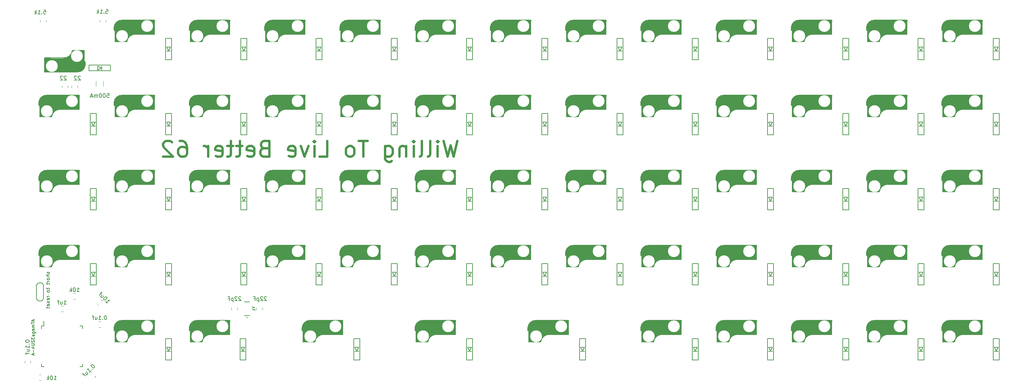
<source format=gbo>
G04 #@! TF.GenerationSoftware,KiCad,Pcbnew,(5.1.10-1-10_14)*
G04 #@! TF.CreationDate,2021-09-30T10:55:57+10:00*
G04 #@! TF.ProjectId,WTLBetter62,57544c42-6574-4746-9572-36322e6b6963,rev?*
G04 #@! TF.SameCoordinates,Original*
G04 #@! TF.FileFunction,Legend,Bot*
G04 #@! TF.FilePolarity,Positive*
%FSLAX46Y46*%
G04 Gerber Fmt 4.6, Leading zero omitted, Abs format (unit mm)*
G04 Created by KiCad (PCBNEW (5.1.10-1-10_14)) date 2021-09-30 10:55:57*
%MOMM*%
%LPD*%
G01*
G04 APERTURE LIST*
%ADD10C,0.600000*%
%ADD11C,0.127000*%
%ADD12C,0.200000*%
%ADD13C,0.150000*%
%ADD14C,1.000000*%
%ADD15C,0.300000*%
%ADD16C,0.800000*%
%ADD17C,3.000000*%
%ADD18C,0.500000*%
%ADD19C,3.500000*%
%ADD20C,0.400000*%
%ADD21C,0.120000*%
%ADD22R,1.900000X0.400000*%
%ADD23C,3.000000*%
%ADD24R,2.550000X2.500000*%
%ADD25C,1.900000*%
%ADD26C,4.100000*%
%ADD27C,1.152000*%
%ADD28C,3.048000*%
%ADD29C,3.987800*%
%ADD30R,0.600000X1.000000*%
%ADD31R,0.300000X1.000000*%
%ADD32O,1.000000X2.200000*%
%ADD33O,1.000000X1.800000*%
%ADD34C,1.400000*%
%ADD35C,4.300000*%
%ADD36R,1.000000X1.400000*%
%ADD37R,1.400000X1.000000*%
%ADD38R,1.500000X0.550000*%
%ADD39R,0.550000X1.500000*%
G04 APERTURE END LIST*
D10*
X133377083Y-10509523D02*
X132424702Y-14509523D01*
X131662797Y-11652380D01*
X130900892Y-14509523D01*
X129948511Y-10509523D01*
X128424702Y-14509523D02*
X128424702Y-11842857D01*
X128424702Y-10509523D02*
X128615178Y-10700000D01*
X128424702Y-10890476D01*
X128234226Y-10700000D01*
X128424702Y-10509523D01*
X128424702Y-10890476D01*
X125948511Y-14509523D02*
X126329464Y-14319047D01*
X126519940Y-13938095D01*
X126519940Y-10509523D01*
X123853273Y-14509523D02*
X124234226Y-14319047D01*
X124424702Y-13938095D01*
X124424702Y-10509523D01*
X122329464Y-14509523D02*
X122329464Y-11842857D01*
X122329464Y-10509523D02*
X122519940Y-10700000D01*
X122329464Y-10890476D01*
X122138988Y-10700000D01*
X122329464Y-10509523D01*
X122329464Y-10890476D01*
X120424702Y-11842857D02*
X120424702Y-14509523D01*
X120424702Y-12223809D02*
X120234226Y-12033333D01*
X119853273Y-11842857D01*
X119281845Y-11842857D01*
X118900892Y-12033333D01*
X118710416Y-12414285D01*
X118710416Y-14509523D01*
X115091369Y-11842857D02*
X115091369Y-15080952D01*
X115281845Y-15461904D01*
X115472321Y-15652380D01*
X115853273Y-15842857D01*
X116424702Y-15842857D01*
X116805654Y-15652380D01*
X115091369Y-14319047D02*
X115472321Y-14509523D01*
X116234226Y-14509523D01*
X116615178Y-14319047D01*
X116805654Y-14128571D01*
X116996130Y-13747619D01*
X116996130Y-12604761D01*
X116805654Y-12223809D01*
X116615178Y-12033333D01*
X116234226Y-11842857D01*
X115472321Y-11842857D01*
X115091369Y-12033333D01*
X110710416Y-10509523D02*
X108424702Y-10509523D01*
X109567559Y-14509523D02*
X109567559Y-10509523D01*
X106519940Y-14509523D02*
X106900892Y-14319047D01*
X107091369Y-14128571D01*
X107281845Y-13747619D01*
X107281845Y-12604761D01*
X107091369Y-12223809D01*
X106900892Y-12033333D01*
X106519940Y-11842857D01*
X105948511Y-11842857D01*
X105567559Y-12033333D01*
X105377083Y-12223809D01*
X105186607Y-12604761D01*
X105186607Y-13747619D01*
X105377083Y-14128571D01*
X105567559Y-14319047D01*
X105948511Y-14509523D01*
X106519940Y-14509523D01*
X98519940Y-14509523D02*
X100424702Y-14509523D01*
X100424702Y-10509523D01*
X97186607Y-14509523D02*
X97186607Y-11842857D01*
X97186607Y-10509523D02*
X97377083Y-10700000D01*
X97186607Y-10890476D01*
X96996130Y-10700000D01*
X97186607Y-10509523D01*
X97186607Y-10890476D01*
X95662797Y-11842857D02*
X94710416Y-14509523D01*
X93758035Y-11842857D01*
X90710416Y-14319047D02*
X91091369Y-14509523D01*
X91853273Y-14509523D01*
X92234226Y-14319047D01*
X92424702Y-13938095D01*
X92424702Y-12414285D01*
X92234226Y-12033333D01*
X91853273Y-11842857D01*
X91091369Y-11842857D01*
X90710416Y-12033333D01*
X90519940Y-12414285D01*
X90519940Y-12795238D01*
X92424702Y-13176190D01*
X84424702Y-12414285D02*
X83853273Y-12604761D01*
X83662797Y-12795238D01*
X83472321Y-13176190D01*
X83472321Y-13747619D01*
X83662797Y-14128571D01*
X83853273Y-14319047D01*
X84234226Y-14509523D01*
X85758035Y-14509523D01*
X85758035Y-10509523D01*
X84424702Y-10509523D01*
X84043750Y-10700000D01*
X83853273Y-10890476D01*
X83662797Y-11271428D01*
X83662797Y-11652380D01*
X83853273Y-12033333D01*
X84043750Y-12223809D01*
X84424702Y-12414285D01*
X85758035Y-12414285D01*
X80234226Y-14319047D02*
X80615178Y-14509523D01*
X81377083Y-14509523D01*
X81758035Y-14319047D01*
X81948511Y-13938095D01*
X81948511Y-12414285D01*
X81758035Y-12033333D01*
X81377083Y-11842857D01*
X80615178Y-11842857D01*
X80234226Y-12033333D01*
X80043750Y-12414285D01*
X80043750Y-12795238D01*
X81948511Y-13176190D01*
X78900892Y-11842857D02*
X77377083Y-11842857D01*
X78329464Y-10509523D02*
X78329464Y-13938095D01*
X78138988Y-14319047D01*
X77758035Y-14509523D01*
X77377083Y-14509523D01*
X76615178Y-11842857D02*
X75091369Y-11842857D01*
X76043750Y-10509523D02*
X76043750Y-13938095D01*
X75853273Y-14319047D01*
X75472321Y-14509523D01*
X75091369Y-14509523D01*
X72234226Y-14319047D02*
X72615178Y-14509523D01*
X73377083Y-14509523D01*
X73758035Y-14319047D01*
X73948511Y-13938095D01*
X73948511Y-12414285D01*
X73758035Y-12033333D01*
X73377083Y-11842857D01*
X72615178Y-11842857D01*
X72234226Y-12033333D01*
X72043750Y-12414285D01*
X72043750Y-12795238D01*
X73948511Y-13176190D01*
X70329464Y-14509523D02*
X70329464Y-11842857D01*
X70329464Y-12604761D02*
X70138988Y-12223809D01*
X69948511Y-12033333D01*
X69567559Y-11842857D01*
X69186607Y-11842857D01*
X63091369Y-10509523D02*
X63853273Y-10509523D01*
X64234226Y-10700000D01*
X64424702Y-10890476D01*
X64805654Y-11461904D01*
X64996130Y-12223809D01*
X64996130Y-13747619D01*
X64805654Y-14128571D01*
X64615178Y-14319047D01*
X64234226Y-14509523D01*
X63472321Y-14509523D01*
X63091369Y-14319047D01*
X62900892Y-14128571D01*
X62710416Y-13747619D01*
X62710416Y-12795238D01*
X62900892Y-12414285D01*
X63091369Y-12223809D01*
X63472321Y-12033333D01*
X64234226Y-12033333D01*
X64615178Y-12223809D01*
X64805654Y-12414285D01*
X64996130Y-12795238D01*
X61186607Y-10890476D02*
X60996130Y-10700000D01*
X60615178Y-10509523D01*
X59662797Y-10509523D01*
X59281845Y-10700000D01*
X59091369Y-10890476D01*
X58900892Y-11271428D01*
X58900892Y-11652380D01*
X59091369Y-12223809D01*
X61377083Y-14509523D01*
X58900892Y-14509523D01*
D11*
X80818750Y-51461250D02*
X79518750Y-51461250D01*
X80818750Y-54901250D02*
X79518750Y-54901250D01*
D12*
X80268750Y-55401250D02*
G75*
G03*
X80268750Y-55401250I-100000J0D01*
G01*
D13*
X35953818Y12372279D02*
G75*
G02*
X33737500Y10493750I-2151318J291471D01*
G01*
X39237500Y8793751D02*
G75*
G02*
X37137501Y6893750I-2000000J99999D01*
G01*
D14*
X36353818Y11972279D02*
G75*
G02*
X34137500Y10093750I-2151318J291471D01*
G01*
D15*
X39137500Y9443750D02*
X39137500Y8793750D01*
D16*
X38637500Y11893750D02*
X38637500Y10093751D01*
D17*
X37507500Y8393750D02*
X37507500Y10633750D01*
D18*
X29137500Y10243750D02*
X30437500Y10193750D01*
D14*
X29437500Y7493750D02*
X29437500Y9993750D01*
D19*
X30737500Y8693750D02*
X37437500Y8693750D01*
D13*
X28937500Y10493750D02*
X28937500Y6893750D01*
X28957500Y9493750D02*
X28957500Y7243750D01*
X39237500Y9543750D02*
X39037500Y9543750D01*
X38987500Y7943750D02*
X38987500Y12393750D01*
X39237500Y8793750D02*
X39237500Y9543750D01*
X38987500Y12393750D02*
X35957500Y12393750D01*
X33737500Y10493750D02*
X28937500Y10493750D01*
X28937500Y6893750D02*
X37137501Y6893750D01*
D18*
X38787500Y12193750D02*
X36337500Y12193750D01*
D20*
X29087500Y7093750D02*
X30337500Y7093750D01*
D13*
X97396182Y-61584779D02*
G75*
G02*
X99612500Y-59706250I2151318J-291471D01*
G01*
X94112500Y-58006251D02*
G75*
G02*
X96212499Y-56106250I2000000J-99999D01*
G01*
D14*
X96996182Y-61184779D02*
G75*
G02*
X99212500Y-59306250I2151318J-291471D01*
G01*
D15*
X94212500Y-58656250D02*
X94212500Y-58006250D01*
D16*
X94712500Y-61106250D02*
X94712500Y-59306251D01*
D17*
X95842500Y-57606250D02*
X95842500Y-59846250D01*
D18*
X104212500Y-59456250D02*
X102912500Y-59406250D01*
D14*
X103912500Y-56706250D02*
X103912500Y-59206250D01*
D19*
X102612500Y-57906250D02*
X95912500Y-57906250D01*
D13*
X104412500Y-59706250D02*
X104412500Y-56106250D01*
X104392500Y-58706250D02*
X104392500Y-56456250D01*
X94112500Y-58756250D02*
X94312500Y-58756250D01*
X94362500Y-57156250D02*
X94362500Y-61606250D01*
X94112500Y-58006250D02*
X94112500Y-58756250D01*
X94362500Y-61606250D02*
X97392500Y-61606250D01*
X99612500Y-59706250D02*
X104412500Y-59706250D01*
X104412500Y-56106250D02*
X96212499Y-56106250D01*
D18*
X94562500Y-61406250D02*
X97012500Y-61406250D01*
D20*
X104262500Y-56306250D02*
X103012500Y-56306250D01*
D13*
X154546182Y-61584779D02*
G75*
G02*
X156762500Y-59706250I2151318J-291471D01*
G01*
X151262500Y-58006251D02*
G75*
G02*
X153362499Y-56106250I2000000J-99999D01*
G01*
D14*
X154146182Y-61184779D02*
G75*
G02*
X156362500Y-59306250I2151318J-291471D01*
G01*
D15*
X151362500Y-58656250D02*
X151362500Y-58006250D01*
D16*
X151862500Y-61106250D02*
X151862500Y-59306251D01*
D17*
X152992500Y-57606250D02*
X152992500Y-59846250D01*
D18*
X161362500Y-59456250D02*
X160062500Y-59406250D01*
D14*
X161062500Y-56706250D02*
X161062500Y-59206250D01*
D19*
X159762500Y-57906250D02*
X153062500Y-57906250D01*
D13*
X161562500Y-59706250D02*
X161562500Y-56106250D01*
X161542500Y-58706250D02*
X161542500Y-56456250D01*
X151262500Y-58756250D02*
X151462500Y-58756250D01*
X151512500Y-57156250D02*
X151512500Y-61606250D01*
X151262500Y-58006250D02*
X151262500Y-58756250D01*
X151512500Y-61606250D02*
X154542500Y-61606250D01*
X156762500Y-59706250D02*
X161562500Y-59706250D01*
X161562500Y-56106250D02*
X153362499Y-56106250D01*
D18*
X151712500Y-61406250D02*
X154162500Y-61406250D01*
D20*
X161412500Y-56306250D02*
X160162500Y-56306250D01*
D21*
X43197490Y-50889293D02*
X43566957Y-51258760D01*
X42158043Y-51928740D02*
X42527510Y-52298207D01*
D13*
X259321182Y-61584779D02*
G75*
G02*
X261537500Y-59706250I2151318J-291471D01*
G01*
X256037500Y-58006251D02*
G75*
G02*
X258137499Y-56106250I2000000J-99999D01*
G01*
D14*
X258921182Y-61184779D02*
G75*
G02*
X261137500Y-59306250I2151318J-291471D01*
G01*
D15*
X256137500Y-58656250D02*
X256137500Y-58006250D01*
D16*
X256637500Y-61106250D02*
X256637500Y-59306251D01*
D17*
X257767500Y-57606250D02*
X257767500Y-59846250D01*
D18*
X266137500Y-59456250D02*
X264837500Y-59406250D01*
D14*
X265837500Y-56706250D02*
X265837500Y-59206250D01*
D19*
X264537500Y-57906250D02*
X257837500Y-57906250D01*
D13*
X266337500Y-59706250D02*
X266337500Y-56106250D01*
X266317500Y-58706250D02*
X266317500Y-56456250D01*
X256037500Y-58756250D02*
X256237500Y-58756250D01*
X256287500Y-57156250D02*
X256287500Y-61606250D01*
X256037500Y-58006250D02*
X256037500Y-58756250D01*
X256287500Y-61606250D02*
X259317500Y-61606250D01*
X261537500Y-59706250D02*
X266337500Y-59706250D01*
X266337500Y-56106250D02*
X258137499Y-56106250D01*
D18*
X256487500Y-61406250D02*
X258937500Y-61406250D01*
D20*
X266187500Y-56306250D02*
X264937500Y-56306250D01*
D13*
X240271182Y-61584779D02*
G75*
G02*
X242487500Y-59706250I2151318J-291471D01*
G01*
X236987500Y-58006251D02*
G75*
G02*
X239087499Y-56106250I2000000J-99999D01*
G01*
D14*
X239871182Y-61184779D02*
G75*
G02*
X242087500Y-59306250I2151318J-291471D01*
G01*
D15*
X237087500Y-58656250D02*
X237087500Y-58006250D01*
D16*
X237587500Y-61106250D02*
X237587500Y-59306251D01*
D17*
X238717500Y-57606250D02*
X238717500Y-59846250D01*
D18*
X247087500Y-59456250D02*
X245787500Y-59406250D01*
D14*
X246787500Y-56706250D02*
X246787500Y-59206250D01*
D19*
X245487500Y-57906250D02*
X238787500Y-57906250D01*
D13*
X247287500Y-59706250D02*
X247287500Y-56106250D01*
X247267500Y-58706250D02*
X247267500Y-56456250D01*
X236987500Y-58756250D02*
X237187500Y-58756250D01*
X237237500Y-57156250D02*
X237237500Y-61606250D01*
X236987500Y-58006250D02*
X236987500Y-58756250D01*
X237237500Y-61606250D02*
X240267500Y-61606250D01*
X242487500Y-59706250D02*
X247287500Y-59706250D01*
X247287500Y-56106250D02*
X239087499Y-56106250D01*
D18*
X237437500Y-61406250D02*
X239887500Y-61406250D01*
D20*
X247137500Y-56306250D02*
X245887500Y-56306250D01*
D13*
X221221182Y-61584779D02*
G75*
G02*
X223437500Y-59706250I2151318J-291471D01*
G01*
X217937500Y-58006251D02*
G75*
G02*
X220037499Y-56106250I2000000J-99999D01*
G01*
D14*
X220821182Y-61184779D02*
G75*
G02*
X223037500Y-59306250I2151318J-291471D01*
G01*
D15*
X218037500Y-58656250D02*
X218037500Y-58006250D01*
D16*
X218537500Y-61106250D02*
X218537500Y-59306251D01*
D17*
X219667500Y-57606250D02*
X219667500Y-59846250D01*
D18*
X228037500Y-59456250D02*
X226737500Y-59406250D01*
D14*
X227737500Y-56706250D02*
X227737500Y-59206250D01*
D19*
X226437500Y-57906250D02*
X219737500Y-57906250D01*
D13*
X228237500Y-59706250D02*
X228237500Y-56106250D01*
X228217500Y-58706250D02*
X228217500Y-56456250D01*
X217937500Y-58756250D02*
X218137500Y-58756250D01*
X218187500Y-57156250D02*
X218187500Y-61606250D01*
X217937500Y-58006250D02*
X217937500Y-58756250D01*
X218187500Y-61606250D02*
X221217500Y-61606250D01*
X223437500Y-59706250D02*
X228237500Y-59706250D01*
X228237500Y-56106250D02*
X220037499Y-56106250D01*
D18*
X218387500Y-61406250D02*
X220837500Y-61406250D01*
D20*
X228087500Y-56306250D02*
X226837500Y-56306250D01*
D13*
X202171182Y-61584779D02*
G75*
G02*
X204387500Y-59706250I2151318J-291471D01*
G01*
X198887500Y-58006251D02*
G75*
G02*
X200987499Y-56106250I2000000J-99999D01*
G01*
D14*
X201771182Y-61184779D02*
G75*
G02*
X203987500Y-59306250I2151318J-291471D01*
G01*
D15*
X198987500Y-58656250D02*
X198987500Y-58006250D01*
D16*
X199487500Y-61106250D02*
X199487500Y-59306251D01*
D17*
X200617500Y-57606250D02*
X200617500Y-59846250D01*
D18*
X208987500Y-59456250D02*
X207687500Y-59406250D01*
D14*
X208687500Y-56706250D02*
X208687500Y-59206250D01*
D19*
X207387500Y-57906250D02*
X200687500Y-57906250D01*
D13*
X209187500Y-59706250D02*
X209187500Y-56106250D01*
X209167500Y-58706250D02*
X209167500Y-56456250D01*
X198887500Y-58756250D02*
X199087500Y-58756250D01*
X199137500Y-57156250D02*
X199137500Y-61606250D01*
X198887500Y-58006250D02*
X198887500Y-58756250D01*
X199137500Y-61606250D02*
X202167500Y-61606250D01*
X204387500Y-59706250D02*
X209187500Y-59706250D01*
X209187500Y-56106250D02*
X200987499Y-56106250D01*
D18*
X199337500Y-61406250D02*
X201787500Y-61406250D01*
D20*
X209037500Y-56306250D02*
X207787500Y-56306250D01*
D13*
X183121182Y-61584779D02*
G75*
G02*
X185337500Y-59706250I2151318J-291471D01*
G01*
X179837500Y-58006251D02*
G75*
G02*
X181937499Y-56106250I2000000J-99999D01*
G01*
D14*
X182721182Y-61184779D02*
G75*
G02*
X184937500Y-59306250I2151318J-291471D01*
G01*
D15*
X179937500Y-58656250D02*
X179937500Y-58006250D01*
D16*
X180437500Y-61106250D02*
X180437500Y-59306251D01*
D17*
X181567500Y-57606250D02*
X181567500Y-59846250D01*
D18*
X189937500Y-59456250D02*
X188637500Y-59406250D01*
D14*
X189637500Y-56706250D02*
X189637500Y-59206250D01*
D19*
X188337500Y-57906250D02*
X181637500Y-57906250D01*
D13*
X190137500Y-59706250D02*
X190137500Y-56106250D01*
X190117500Y-58706250D02*
X190117500Y-56456250D01*
X179837500Y-58756250D02*
X180037500Y-58756250D01*
X180087500Y-57156250D02*
X180087500Y-61606250D01*
X179837500Y-58006250D02*
X179837500Y-58756250D01*
X180087500Y-61606250D02*
X183117500Y-61606250D01*
X185337500Y-59706250D02*
X190137500Y-59706250D01*
X190137500Y-56106250D02*
X181937499Y-56106250D01*
D18*
X180287500Y-61406250D02*
X182737500Y-61406250D01*
D20*
X189987500Y-56306250D02*
X188737500Y-56306250D01*
D13*
X125971182Y-61584779D02*
G75*
G02*
X128187500Y-59706250I2151318J-291471D01*
G01*
X122687500Y-58006251D02*
G75*
G02*
X124787499Y-56106250I2000000J-99999D01*
G01*
D14*
X125571182Y-61184779D02*
G75*
G02*
X127787500Y-59306250I2151318J-291471D01*
G01*
D15*
X122787500Y-58656250D02*
X122787500Y-58006250D01*
D16*
X123287500Y-61106250D02*
X123287500Y-59306251D01*
D17*
X124417500Y-57606250D02*
X124417500Y-59846250D01*
D18*
X132787500Y-59456250D02*
X131487500Y-59406250D01*
D14*
X132487500Y-56706250D02*
X132487500Y-59206250D01*
D19*
X131187500Y-57906250D02*
X124487500Y-57906250D01*
D13*
X132987500Y-59706250D02*
X132987500Y-56106250D01*
X132967500Y-58706250D02*
X132967500Y-56456250D01*
X122687500Y-58756250D02*
X122887500Y-58756250D01*
X122937500Y-57156250D02*
X122937500Y-61606250D01*
X122687500Y-58006250D02*
X122687500Y-58756250D01*
X122937500Y-61606250D02*
X125967500Y-61606250D01*
X128187500Y-59706250D02*
X132987500Y-59706250D01*
X132987500Y-56106250D02*
X124787499Y-56106250D01*
D18*
X123137500Y-61406250D02*
X125587500Y-61406250D01*
D20*
X132837500Y-56306250D02*
X131587500Y-56306250D01*
D13*
X68821182Y-61584779D02*
G75*
G02*
X71037500Y-59706250I2151318J-291471D01*
G01*
X65537500Y-58006251D02*
G75*
G02*
X67637499Y-56106250I2000000J-99999D01*
G01*
D14*
X68421182Y-61184779D02*
G75*
G02*
X70637500Y-59306250I2151318J-291471D01*
G01*
D15*
X65637500Y-58656250D02*
X65637500Y-58006250D01*
D16*
X66137500Y-61106250D02*
X66137500Y-59306251D01*
D17*
X67267500Y-57606250D02*
X67267500Y-59846250D01*
D18*
X75637500Y-59456250D02*
X74337500Y-59406250D01*
D14*
X75337500Y-56706250D02*
X75337500Y-59206250D01*
D19*
X74037500Y-57906250D02*
X67337500Y-57906250D01*
D13*
X75837500Y-59706250D02*
X75837500Y-56106250D01*
X75817500Y-58706250D02*
X75817500Y-56456250D01*
X65537500Y-58756250D02*
X65737500Y-58756250D01*
X65787500Y-57156250D02*
X65787500Y-61606250D01*
X65537500Y-58006250D02*
X65537500Y-58756250D01*
X65787500Y-61606250D02*
X68817500Y-61606250D01*
X71037500Y-59706250D02*
X75837500Y-59706250D01*
X75837500Y-56106250D02*
X67637499Y-56106250D01*
D18*
X65987500Y-61406250D02*
X68437500Y-61406250D01*
D20*
X75687500Y-56306250D02*
X74437500Y-56306250D01*
D13*
X49771182Y-61584779D02*
G75*
G02*
X51987500Y-59706250I2151318J-291471D01*
G01*
X46487500Y-58006251D02*
G75*
G02*
X48587499Y-56106250I2000000J-99999D01*
G01*
D14*
X49371182Y-61184779D02*
G75*
G02*
X51587500Y-59306250I2151318J-291471D01*
G01*
D15*
X46587500Y-58656250D02*
X46587500Y-58006250D01*
D16*
X47087500Y-61106250D02*
X47087500Y-59306251D01*
D17*
X48217500Y-57606250D02*
X48217500Y-59846250D01*
D18*
X56587500Y-59456250D02*
X55287500Y-59406250D01*
D14*
X56287500Y-56706250D02*
X56287500Y-59206250D01*
D19*
X54987500Y-57906250D02*
X48287500Y-57906250D01*
D13*
X56787500Y-59706250D02*
X56787500Y-56106250D01*
X56767500Y-58706250D02*
X56767500Y-56456250D01*
X46487500Y-58756250D02*
X46687500Y-58756250D01*
X46737500Y-57156250D02*
X46737500Y-61606250D01*
X46487500Y-58006250D02*
X46487500Y-58756250D01*
X46737500Y-61606250D02*
X49767500Y-61606250D01*
X51987500Y-59706250D02*
X56787500Y-59706250D01*
X56787500Y-56106250D02*
X48587499Y-56106250D01*
D18*
X46937500Y-61406250D02*
X49387500Y-61406250D01*
D20*
X56637500Y-56306250D02*
X55387500Y-56306250D01*
D13*
X259321182Y-42534779D02*
G75*
G02*
X261537500Y-40656250I2151318J-291471D01*
G01*
X256037500Y-38956251D02*
G75*
G02*
X258137499Y-37056250I2000000J-99999D01*
G01*
D14*
X258921182Y-42134779D02*
G75*
G02*
X261137500Y-40256250I2151318J-291471D01*
G01*
D15*
X256137500Y-39606250D02*
X256137500Y-38956250D01*
D16*
X256637500Y-42056250D02*
X256637500Y-40256251D01*
D17*
X257767500Y-38556250D02*
X257767500Y-40796250D01*
D18*
X266137500Y-40406250D02*
X264837500Y-40356250D01*
D14*
X265837500Y-37656250D02*
X265837500Y-40156250D01*
D19*
X264537500Y-38856250D02*
X257837500Y-38856250D01*
D13*
X266337500Y-40656250D02*
X266337500Y-37056250D01*
X266317500Y-39656250D02*
X266317500Y-37406250D01*
X256037500Y-39706250D02*
X256237500Y-39706250D01*
X256287500Y-38106250D02*
X256287500Y-42556250D01*
X256037500Y-38956250D02*
X256037500Y-39706250D01*
X256287500Y-42556250D02*
X259317500Y-42556250D01*
X261537500Y-40656250D02*
X266337500Y-40656250D01*
X266337500Y-37056250D02*
X258137499Y-37056250D01*
D18*
X256487500Y-42356250D02*
X258937500Y-42356250D01*
D20*
X266187500Y-37256250D02*
X264937500Y-37256250D01*
D13*
X240271182Y-42534779D02*
G75*
G02*
X242487500Y-40656250I2151318J-291471D01*
G01*
X236987500Y-38956251D02*
G75*
G02*
X239087499Y-37056250I2000000J-99999D01*
G01*
D14*
X239871182Y-42134779D02*
G75*
G02*
X242087500Y-40256250I2151318J-291471D01*
G01*
D15*
X237087500Y-39606250D02*
X237087500Y-38956250D01*
D16*
X237587500Y-42056250D02*
X237587500Y-40256251D01*
D17*
X238717500Y-38556250D02*
X238717500Y-40796250D01*
D18*
X247087500Y-40406250D02*
X245787500Y-40356250D01*
D14*
X246787500Y-37656250D02*
X246787500Y-40156250D01*
D19*
X245487500Y-38856250D02*
X238787500Y-38856250D01*
D13*
X247287500Y-40656250D02*
X247287500Y-37056250D01*
X247267500Y-39656250D02*
X247267500Y-37406250D01*
X236987500Y-39706250D02*
X237187500Y-39706250D01*
X237237500Y-38106250D02*
X237237500Y-42556250D01*
X236987500Y-38956250D02*
X236987500Y-39706250D01*
X237237500Y-42556250D02*
X240267500Y-42556250D01*
X242487500Y-40656250D02*
X247287500Y-40656250D01*
X247287500Y-37056250D02*
X239087499Y-37056250D01*
D18*
X237437500Y-42356250D02*
X239887500Y-42356250D01*
D20*
X247137500Y-37256250D02*
X245887500Y-37256250D01*
D13*
X221221182Y-42534779D02*
G75*
G02*
X223437500Y-40656250I2151318J-291471D01*
G01*
X217937500Y-38956251D02*
G75*
G02*
X220037499Y-37056250I2000000J-99999D01*
G01*
D14*
X220821182Y-42134779D02*
G75*
G02*
X223037500Y-40256250I2151318J-291471D01*
G01*
D15*
X218037500Y-39606250D02*
X218037500Y-38956250D01*
D16*
X218537500Y-42056250D02*
X218537500Y-40256251D01*
D17*
X219667500Y-38556250D02*
X219667500Y-40796250D01*
D18*
X228037500Y-40406250D02*
X226737500Y-40356250D01*
D14*
X227737500Y-37656250D02*
X227737500Y-40156250D01*
D19*
X226437500Y-38856250D02*
X219737500Y-38856250D01*
D13*
X228237500Y-40656250D02*
X228237500Y-37056250D01*
X228217500Y-39656250D02*
X228217500Y-37406250D01*
X217937500Y-39706250D02*
X218137500Y-39706250D01*
X218187500Y-38106250D02*
X218187500Y-42556250D01*
X217937500Y-38956250D02*
X217937500Y-39706250D01*
X218187500Y-42556250D02*
X221217500Y-42556250D01*
X223437500Y-40656250D02*
X228237500Y-40656250D01*
X228237500Y-37056250D02*
X220037499Y-37056250D01*
D18*
X218387500Y-42356250D02*
X220837500Y-42356250D01*
D20*
X228087500Y-37256250D02*
X226837500Y-37256250D01*
D13*
X202171182Y-42534779D02*
G75*
G02*
X204387500Y-40656250I2151318J-291471D01*
G01*
X198887500Y-38956251D02*
G75*
G02*
X200987499Y-37056250I2000000J-99999D01*
G01*
D14*
X201771182Y-42134779D02*
G75*
G02*
X203987500Y-40256250I2151318J-291471D01*
G01*
D15*
X198987500Y-39606250D02*
X198987500Y-38956250D01*
D16*
X199487500Y-42056250D02*
X199487500Y-40256251D01*
D17*
X200617500Y-38556250D02*
X200617500Y-40796250D01*
D18*
X208987500Y-40406250D02*
X207687500Y-40356250D01*
D14*
X208687500Y-37656250D02*
X208687500Y-40156250D01*
D19*
X207387500Y-38856250D02*
X200687500Y-38856250D01*
D13*
X209187500Y-40656250D02*
X209187500Y-37056250D01*
X209167500Y-39656250D02*
X209167500Y-37406250D01*
X198887500Y-39706250D02*
X199087500Y-39706250D01*
X199137500Y-38106250D02*
X199137500Y-42556250D01*
X198887500Y-38956250D02*
X198887500Y-39706250D01*
X199137500Y-42556250D02*
X202167500Y-42556250D01*
X204387500Y-40656250D02*
X209187500Y-40656250D01*
X209187500Y-37056250D02*
X200987499Y-37056250D01*
D18*
X199337500Y-42356250D02*
X201787500Y-42356250D01*
D20*
X209037500Y-37256250D02*
X207787500Y-37256250D01*
D13*
X183121182Y-42534779D02*
G75*
G02*
X185337500Y-40656250I2151318J-291471D01*
G01*
X179837500Y-38956251D02*
G75*
G02*
X181937499Y-37056250I2000000J-99999D01*
G01*
D14*
X182721182Y-42134779D02*
G75*
G02*
X184937500Y-40256250I2151318J-291471D01*
G01*
D15*
X179937500Y-39606250D02*
X179937500Y-38956250D01*
D16*
X180437500Y-42056250D02*
X180437500Y-40256251D01*
D17*
X181567500Y-38556250D02*
X181567500Y-40796250D01*
D18*
X189937500Y-40406250D02*
X188637500Y-40356250D01*
D14*
X189637500Y-37656250D02*
X189637500Y-40156250D01*
D19*
X188337500Y-38856250D02*
X181637500Y-38856250D01*
D13*
X190137500Y-40656250D02*
X190137500Y-37056250D01*
X190117500Y-39656250D02*
X190117500Y-37406250D01*
X179837500Y-39706250D02*
X180037500Y-39706250D01*
X180087500Y-38106250D02*
X180087500Y-42556250D01*
X179837500Y-38956250D02*
X179837500Y-39706250D01*
X180087500Y-42556250D02*
X183117500Y-42556250D01*
X185337500Y-40656250D02*
X190137500Y-40656250D01*
X190137500Y-37056250D02*
X181937499Y-37056250D01*
D18*
X180287500Y-42356250D02*
X182737500Y-42356250D01*
D20*
X189987500Y-37256250D02*
X188737500Y-37256250D01*
D13*
X164071182Y-42534779D02*
G75*
G02*
X166287500Y-40656250I2151318J-291471D01*
G01*
X160787500Y-38956251D02*
G75*
G02*
X162887499Y-37056250I2000000J-99999D01*
G01*
D14*
X163671182Y-42134779D02*
G75*
G02*
X165887500Y-40256250I2151318J-291471D01*
G01*
D15*
X160887500Y-39606250D02*
X160887500Y-38956250D01*
D16*
X161387500Y-42056250D02*
X161387500Y-40256251D01*
D17*
X162517500Y-38556250D02*
X162517500Y-40796250D01*
D18*
X170887500Y-40406250D02*
X169587500Y-40356250D01*
D14*
X170587500Y-37656250D02*
X170587500Y-40156250D01*
D19*
X169287500Y-38856250D02*
X162587500Y-38856250D01*
D13*
X171087500Y-40656250D02*
X171087500Y-37056250D01*
X171067500Y-39656250D02*
X171067500Y-37406250D01*
X160787500Y-39706250D02*
X160987500Y-39706250D01*
X161037500Y-38106250D02*
X161037500Y-42556250D01*
X160787500Y-38956250D02*
X160787500Y-39706250D01*
X161037500Y-42556250D02*
X164067500Y-42556250D01*
X166287500Y-40656250D02*
X171087500Y-40656250D01*
X171087500Y-37056250D02*
X162887499Y-37056250D01*
D18*
X161237500Y-42356250D02*
X163687500Y-42356250D01*
D20*
X170937500Y-37256250D02*
X169687500Y-37256250D01*
D13*
X145021182Y-42534779D02*
G75*
G02*
X147237500Y-40656250I2151318J-291471D01*
G01*
X141737500Y-38956251D02*
G75*
G02*
X143837499Y-37056250I2000000J-99999D01*
G01*
D14*
X144621182Y-42134779D02*
G75*
G02*
X146837500Y-40256250I2151318J-291471D01*
G01*
D15*
X141837500Y-39606250D02*
X141837500Y-38956250D01*
D16*
X142337500Y-42056250D02*
X142337500Y-40256251D01*
D17*
X143467500Y-38556250D02*
X143467500Y-40796250D01*
D18*
X151837500Y-40406250D02*
X150537500Y-40356250D01*
D14*
X151537500Y-37656250D02*
X151537500Y-40156250D01*
D19*
X150237500Y-38856250D02*
X143537500Y-38856250D01*
D13*
X152037500Y-40656250D02*
X152037500Y-37056250D01*
X152017500Y-39656250D02*
X152017500Y-37406250D01*
X141737500Y-39706250D02*
X141937500Y-39706250D01*
X141987500Y-38106250D02*
X141987500Y-42556250D01*
X141737500Y-38956250D02*
X141737500Y-39706250D01*
X141987500Y-42556250D02*
X145017500Y-42556250D01*
X147237500Y-40656250D02*
X152037500Y-40656250D01*
X152037500Y-37056250D02*
X143837499Y-37056250D01*
D18*
X142187500Y-42356250D02*
X144637500Y-42356250D01*
D20*
X151887500Y-37256250D02*
X150637500Y-37256250D01*
D13*
X125971182Y-42534779D02*
G75*
G02*
X128187500Y-40656250I2151318J-291471D01*
G01*
X122687500Y-38956251D02*
G75*
G02*
X124787499Y-37056250I2000000J-99999D01*
G01*
D14*
X125571182Y-42134779D02*
G75*
G02*
X127787500Y-40256250I2151318J-291471D01*
G01*
D15*
X122787500Y-39606250D02*
X122787500Y-38956250D01*
D16*
X123287500Y-42056250D02*
X123287500Y-40256251D01*
D17*
X124417500Y-38556250D02*
X124417500Y-40796250D01*
D18*
X132787500Y-40406250D02*
X131487500Y-40356250D01*
D14*
X132487500Y-37656250D02*
X132487500Y-40156250D01*
D19*
X131187500Y-38856250D02*
X124487500Y-38856250D01*
D13*
X132987500Y-40656250D02*
X132987500Y-37056250D01*
X132967500Y-39656250D02*
X132967500Y-37406250D01*
X122687500Y-39706250D02*
X122887500Y-39706250D01*
X122937500Y-38106250D02*
X122937500Y-42556250D01*
X122687500Y-38956250D02*
X122687500Y-39706250D01*
X122937500Y-42556250D02*
X125967500Y-42556250D01*
X128187500Y-40656250D02*
X132987500Y-40656250D01*
X132987500Y-37056250D02*
X124787499Y-37056250D01*
D18*
X123137500Y-42356250D02*
X125587500Y-42356250D01*
D20*
X132837500Y-37256250D02*
X131587500Y-37256250D01*
D13*
X106921182Y-42534779D02*
G75*
G02*
X109137500Y-40656250I2151318J-291471D01*
G01*
X103637500Y-38956251D02*
G75*
G02*
X105737499Y-37056250I2000000J-99999D01*
G01*
D14*
X106521182Y-42134779D02*
G75*
G02*
X108737500Y-40256250I2151318J-291471D01*
G01*
D15*
X103737500Y-39606250D02*
X103737500Y-38956250D01*
D16*
X104237500Y-42056250D02*
X104237500Y-40256251D01*
D17*
X105367500Y-38556250D02*
X105367500Y-40796250D01*
D18*
X113737500Y-40406250D02*
X112437500Y-40356250D01*
D14*
X113437500Y-37656250D02*
X113437500Y-40156250D01*
D19*
X112137500Y-38856250D02*
X105437500Y-38856250D01*
D13*
X113937500Y-40656250D02*
X113937500Y-37056250D01*
X113917500Y-39656250D02*
X113917500Y-37406250D01*
X103637500Y-39706250D02*
X103837500Y-39706250D01*
X103887500Y-38106250D02*
X103887500Y-42556250D01*
X103637500Y-38956250D02*
X103637500Y-39706250D01*
X103887500Y-42556250D02*
X106917500Y-42556250D01*
X109137500Y-40656250D02*
X113937500Y-40656250D01*
X113937500Y-37056250D02*
X105737499Y-37056250D01*
D18*
X104087500Y-42356250D02*
X106537500Y-42356250D01*
D20*
X113787500Y-37256250D02*
X112537500Y-37256250D01*
D13*
X87871182Y-42534779D02*
G75*
G02*
X90087500Y-40656250I2151318J-291471D01*
G01*
X84587500Y-38956251D02*
G75*
G02*
X86687499Y-37056250I2000000J-99999D01*
G01*
D14*
X87471182Y-42134779D02*
G75*
G02*
X89687500Y-40256250I2151318J-291471D01*
G01*
D15*
X84687500Y-39606250D02*
X84687500Y-38956250D01*
D16*
X85187500Y-42056250D02*
X85187500Y-40256251D01*
D17*
X86317500Y-38556250D02*
X86317500Y-40796250D01*
D18*
X94687500Y-40406250D02*
X93387500Y-40356250D01*
D14*
X94387500Y-37656250D02*
X94387500Y-40156250D01*
D19*
X93087500Y-38856250D02*
X86387500Y-38856250D01*
D13*
X94887500Y-40656250D02*
X94887500Y-37056250D01*
X94867500Y-39656250D02*
X94867500Y-37406250D01*
X84587500Y-39706250D02*
X84787500Y-39706250D01*
X84837500Y-38106250D02*
X84837500Y-42556250D01*
X84587500Y-38956250D02*
X84587500Y-39706250D01*
X84837500Y-42556250D02*
X87867500Y-42556250D01*
X90087500Y-40656250D02*
X94887500Y-40656250D01*
X94887500Y-37056250D02*
X86687499Y-37056250D01*
D18*
X85037500Y-42356250D02*
X87487500Y-42356250D01*
D20*
X94737500Y-37256250D02*
X93487500Y-37256250D01*
D13*
X49771182Y-42534779D02*
G75*
G02*
X51987500Y-40656250I2151318J-291471D01*
G01*
X46487500Y-38956251D02*
G75*
G02*
X48587499Y-37056250I2000000J-99999D01*
G01*
D14*
X49371182Y-42134779D02*
G75*
G02*
X51587500Y-40256250I2151318J-291471D01*
G01*
D15*
X46587500Y-39606250D02*
X46587500Y-38956250D01*
D16*
X47087500Y-42056250D02*
X47087500Y-40256251D01*
D17*
X48217500Y-38556250D02*
X48217500Y-40796250D01*
D18*
X56587500Y-40406250D02*
X55287500Y-40356250D01*
D14*
X56287500Y-37656250D02*
X56287500Y-40156250D01*
D19*
X54987500Y-38856250D02*
X48287500Y-38856250D01*
D13*
X56787500Y-40656250D02*
X56787500Y-37056250D01*
X56767500Y-39656250D02*
X56767500Y-37406250D01*
X46487500Y-39706250D02*
X46687500Y-39706250D01*
X46737500Y-38106250D02*
X46737500Y-42556250D01*
X46487500Y-38956250D02*
X46487500Y-39706250D01*
X46737500Y-42556250D02*
X49767500Y-42556250D01*
X51987500Y-40656250D02*
X56787500Y-40656250D01*
X56787500Y-37056250D02*
X48587499Y-37056250D01*
D18*
X46937500Y-42356250D02*
X49387500Y-42356250D01*
D20*
X56637500Y-37256250D02*
X55387500Y-37256250D01*
D13*
X30721182Y-42534779D02*
G75*
G02*
X32937500Y-40656250I2151318J-291471D01*
G01*
X27437500Y-38956251D02*
G75*
G02*
X29537499Y-37056250I2000000J-99999D01*
G01*
D14*
X30321182Y-42134779D02*
G75*
G02*
X32537500Y-40256250I2151318J-291471D01*
G01*
D15*
X27537500Y-39606250D02*
X27537500Y-38956250D01*
D16*
X28037500Y-42056250D02*
X28037500Y-40256251D01*
D17*
X29167500Y-38556250D02*
X29167500Y-40796250D01*
D18*
X37537500Y-40406250D02*
X36237500Y-40356250D01*
D14*
X37237500Y-37656250D02*
X37237500Y-40156250D01*
D19*
X35937500Y-38856250D02*
X29237500Y-38856250D01*
D13*
X37737500Y-40656250D02*
X37737500Y-37056250D01*
X37717500Y-39656250D02*
X37717500Y-37406250D01*
X27437500Y-39706250D02*
X27637500Y-39706250D01*
X27687500Y-38106250D02*
X27687500Y-42556250D01*
X27437500Y-38956250D02*
X27437500Y-39706250D01*
X27687500Y-42556250D02*
X30717500Y-42556250D01*
X32937500Y-40656250D02*
X37737500Y-40656250D01*
X37737500Y-37056250D02*
X29537499Y-37056250D01*
D18*
X27887500Y-42356250D02*
X30337500Y-42356250D01*
D20*
X37587500Y-37256250D02*
X36337500Y-37256250D01*
D13*
X259321182Y-23484779D02*
G75*
G02*
X261537500Y-21606250I2151318J-291471D01*
G01*
X256037500Y-19906251D02*
G75*
G02*
X258137499Y-18006250I2000000J-99999D01*
G01*
D14*
X258921182Y-23084779D02*
G75*
G02*
X261137500Y-21206250I2151318J-291471D01*
G01*
D15*
X256137500Y-20556250D02*
X256137500Y-19906250D01*
D16*
X256637500Y-23006250D02*
X256637500Y-21206251D01*
D17*
X257767500Y-19506250D02*
X257767500Y-21746250D01*
D18*
X266137500Y-21356250D02*
X264837500Y-21306250D01*
D14*
X265837500Y-18606250D02*
X265837500Y-21106250D01*
D19*
X264537500Y-19806250D02*
X257837500Y-19806250D01*
D13*
X266337500Y-21606250D02*
X266337500Y-18006250D01*
X266317500Y-20606250D02*
X266317500Y-18356250D01*
X256037500Y-20656250D02*
X256237500Y-20656250D01*
X256287500Y-19056250D02*
X256287500Y-23506250D01*
X256037500Y-19906250D02*
X256037500Y-20656250D01*
X256287500Y-23506250D02*
X259317500Y-23506250D01*
X261537500Y-21606250D02*
X266337500Y-21606250D01*
X266337500Y-18006250D02*
X258137499Y-18006250D01*
D18*
X256487500Y-23306250D02*
X258937500Y-23306250D01*
D20*
X266187500Y-18206250D02*
X264937500Y-18206250D01*
D13*
X240271182Y-23484779D02*
G75*
G02*
X242487500Y-21606250I2151318J-291471D01*
G01*
X236987500Y-19906251D02*
G75*
G02*
X239087499Y-18006250I2000000J-99999D01*
G01*
D14*
X239871182Y-23084779D02*
G75*
G02*
X242087500Y-21206250I2151318J-291471D01*
G01*
D15*
X237087500Y-20556250D02*
X237087500Y-19906250D01*
D16*
X237587500Y-23006250D02*
X237587500Y-21206251D01*
D17*
X238717500Y-19506250D02*
X238717500Y-21746250D01*
D18*
X247087500Y-21356250D02*
X245787500Y-21306250D01*
D14*
X246787500Y-18606250D02*
X246787500Y-21106250D01*
D19*
X245487500Y-19806250D02*
X238787500Y-19806250D01*
D13*
X247287500Y-21606250D02*
X247287500Y-18006250D01*
X247267500Y-20606250D02*
X247267500Y-18356250D01*
X236987500Y-20656250D02*
X237187500Y-20656250D01*
X237237500Y-19056250D02*
X237237500Y-23506250D01*
X236987500Y-19906250D02*
X236987500Y-20656250D01*
X237237500Y-23506250D02*
X240267500Y-23506250D01*
X242487500Y-21606250D02*
X247287500Y-21606250D01*
X247287500Y-18006250D02*
X239087499Y-18006250D01*
D18*
X237437500Y-23306250D02*
X239887500Y-23306250D01*
D20*
X247137500Y-18206250D02*
X245887500Y-18206250D01*
D13*
X221221182Y-23484779D02*
G75*
G02*
X223437500Y-21606250I2151318J-291471D01*
G01*
X217937500Y-19906251D02*
G75*
G02*
X220037499Y-18006250I2000000J-99999D01*
G01*
D14*
X220821182Y-23084779D02*
G75*
G02*
X223037500Y-21206250I2151318J-291471D01*
G01*
D15*
X218037500Y-20556250D02*
X218037500Y-19906250D01*
D16*
X218537500Y-23006250D02*
X218537500Y-21206251D01*
D17*
X219667500Y-19506250D02*
X219667500Y-21746250D01*
D18*
X228037500Y-21356250D02*
X226737500Y-21306250D01*
D14*
X227737500Y-18606250D02*
X227737500Y-21106250D01*
D19*
X226437500Y-19806250D02*
X219737500Y-19806250D01*
D13*
X228237500Y-21606250D02*
X228237500Y-18006250D01*
X228217500Y-20606250D02*
X228217500Y-18356250D01*
X217937500Y-20656250D02*
X218137500Y-20656250D01*
X218187500Y-19056250D02*
X218187500Y-23506250D01*
X217937500Y-19906250D02*
X217937500Y-20656250D01*
X218187500Y-23506250D02*
X221217500Y-23506250D01*
X223437500Y-21606250D02*
X228237500Y-21606250D01*
X228237500Y-18006250D02*
X220037499Y-18006250D01*
D18*
X218387500Y-23306250D02*
X220837500Y-23306250D01*
D20*
X228087500Y-18206250D02*
X226837500Y-18206250D01*
D13*
X202171182Y-23484779D02*
G75*
G02*
X204387500Y-21606250I2151318J-291471D01*
G01*
X198887500Y-19906251D02*
G75*
G02*
X200987499Y-18006250I2000000J-99999D01*
G01*
D14*
X201771182Y-23084779D02*
G75*
G02*
X203987500Y-21206250I2151318J-291471D01*
G01*
D15*
X198987500Y-20556250D02*
X198987500Y-19906250D01*
D16*
X199487500Y-23006250D02*
X199487500Y-21206251D01*
D17*
X200617500Y-19506250D02*
X200617500Y-21746250D01*
D18*
X208987500Y-21356250D02*
X207687500Y-21306250D01*
D14*
X208687500Y-18606250D02*
X208687500Y-21106250D01*
D19*
X207387500Y-19806250D02*
X200687500Y-19806250D01*
D13*
X209187500Y-21606250D02*
X209187500Y-18006250D01*
X209167500Y-20606250D02*
X209167500Y-18356250D01*
X198887500Y-20656250D02*
X199087500Y-20656250D01*
X199137500Y-19056250D02*
X199137500Y-23506250D01*
X198887500Y-19906250D02*
X198887500Y-20656250D01*
X199137500Y-23506250D02*
X202167500Y-23506250D01*
X204387500Y-21606250D02*
X209187500Y-21606250D01*
X209187500Y-18006250D02*
X200987499Y-18006250D01*
D18*
X199337500Y-23306250D02*
X201787500Y-23306250D01*
D20*
X209037500Y-18206250D02*
X207787500Y-18206250D01*
D13*
X183121182Y-23484779D02*
G75*
G02*
X185337500Y-21606250I2151318J-291471D01*
G01*
X179837500Y-19906251D02*
G75*
G02*
X181937499Y-18006250I2000000J-99999D01*
G01*
D14*
X182721182Y-23084779D02*
G75*
G02*
X184937500Y-21206250I2151318J-291471D01*
G01*
D15*
X179937500Y-20556250D02*
X179937500Y-19906250D01*
D16*
X180437500Y-23006250D02*
X180437500Y-21206251D01*
D17*
X181567500Y-19506250D02*
X181567500Y-21746250D01*
D18*
X189937500Y-21356250D02*
X188637500Y-21306250D01*
D14*
X189637500Y-18606250D02*
X189637500Y-21106250D01*
D19*
X188337500Y-19806250D02*
X181637500Y-19806250D01*
D13*
X190137500Y-21606250D02*
X190137500Y-18006250D01*
X190117500Y-20606250D02*
X190117500Y-18356250D01*
X179837500Y-20656250D02*
X180037500Y-20656250D01*
X180087500Y-19056250D02*
X180087500Y-23506250D01*
X179837500Y-19906250D02*
X179837500Y-20656250D01*
X180087500Y-23506250D02*
X183117500Y-23506250D01*
X185337500Y-21606250D02*
X190137500Y-21606250D01*
X190137500Y-18006250D02*
X181937499Y-18006250D01*
D18*
X180287500Y-23306250D02*
X182737500Y-23306250D01*
D20*
X189987500Y-18206250D02*
X188737500Y-18206250D01*
D13*
X164071182Y-23484779D02*
G75*
G02*
X166287500Y-21606250I2151318J-291471D01*
G01*
X160787500Y-19906251D02*
G75*
G02*
X162887499Y-18006250I2000000J-99999D01*
G01*
D14*
X163671182Y-23084779D02*
G75*
G02*
X165887500Y-21206250I2151318J-291471D01*
G01*
D15*
X160887500Y-20556250D02*
X160887500Y-19906250D01*
D16*
X161387500Y-23006250D02*
X161387500Y-21206251D01*
D17*
X162517500Y-19506250D02*
X162517500Y-21746250D01*
D18*
X170887500Y-21356250D02*
X169587500Y-21306250D01*
D14*
X170587500Y-18606250D02*
X170587500Y-21106250D01*
D19*
X169287500Y-19806250D02*
X162587500Y-19806250D01*
D13*
X171087500Y-21606250D02*
X171087500Y-18006250D01*
X171067500Y-20606250D02*
X171067500Y-18356250D01*
X160787500Y-20656250D02*
X160987500Y-20656250D01*
X161037500Y-19056250D02*
X161037500Y-23506250D01*
X160787500Y-19906250D02*
X160787500Y-20656250D01*
X161037500Y-23506250D02*
X164067500Y-23506250D01*
X166287500Y-21606250D02*
X171087500Y-21606250D01*
X171087500Y-18006250D02*
X162887499Y-18006250D01*
D18*
X161237500Y-23306250D02*
X163687500Y-23306250D01*
D20*
X170937500Y-18206250D02*
X169687500Y-18206250D01*
D13*
X145021182Y-23484779D02*
G75*
G02*
X147237500Y-21606250I2151318J-291471D01*
G01*
X141737500Y-19906251D02*
G75*
G02*
X143837499Y-18006250I2000000J-99999D01*
G01*
D14*
X144621182Y-23084779D02*
G75*
G02*
X146837500Y-21206250I2151318J-291471D01*
G01*
D15*
X141837500Y-20556250D02*
X141837500Y-19906250D01*
D16*
X142337500Y-23006250D02*
X142337500Y-21206251D01*
D17*
X143467500Y-19506250D02*
X143467500Y-21746250D01*
D18*
X151837500Y-21356250D02*
X150537500Y-21306250D01*
D14*
X151537500Y-18606250D02*
X151537500Y-21106250D01*
D19*
X150237500Y-19806250D02*
X143537500Y-19806250D01*
D13*
X152037500Y-21606250D02*
X152037500Y-18006250D01*
X152017500Y-20606250D02*
X152017500Y-18356250D01*
X141737500Y-20656250D02*
X141937500Y-20656250D01*
X141987500Y-19056250D02*
X141987500Y-23506250D01*
X141737500Y-19906250D02*
X141737500Y-20656250D01*
X141987500Y-23506250D02*
X145017500Y-23506250D01*
X147237500Y-21606250D02*
X152037500Y-21606250D01*
X152037500Y-18006250D02*
X143837499Y-18006250D01*
D18*
X142187500Y-23306250D02*
X144637500Y-23306250D01*
D20*
X151887500Y-18206250D02*
X150637500Y-18206250D01*
D13*
X125971182Y-23484779D02*
G75*
G02*
X128187500Y-21606250I2151318J-291471D01*
G01*
X122687500Y-19906251D02*
G75*
G02*
X124787499Y-18006250I2000000J-99999D01*
G01*
D14*
X125571182Y-23084779D02*
G75*
G02*
X127787500Y-21206250I2151318J-291471D01*
G01*
D15*
X122787500Y-20556250D02*
X122787500Y-19906250D01*
D16*
X123287500Y-23006250D02*
X123287500Y-21206251D01*
D17*
X124417500Y-19506250D02*
X124417500Y-21746250D01*
D18*
X132787500Y-21356250D02*
X131487500Y-21306250D01*
D14*
X132487500Y-18606250D02*
X132487500Y-21106250D01*
D19*
X131187500Y-19806250D02*
X124487500Y-19806250D01*
D13*
X132987500Y-21606250D02*
X132987500Y-18006250D01*
X132967500Y-20606250D02*
X132967500Y-18356250D01*
X122687500Y-20656250D02*
X122887500Y-20656250D01*
X122937500Y-19056250D02*
X122937500Y-23506250D01*
X122687500Y-19906250D02*
X122687500Y-20656250D01*
X122937500Y-23506250D02*
X125967500Y-23506250D01*
X128187500Y-21606250D02*
X132987500Y-21606250D01*
X132987500Y-18006250D02*
X124787499Y-18006250D01*
D18*
X123137500Y-23306250D02*
X125587500Y-23306250D01*
D20*
X132837500Y-18206250D02*
X131587500Y-18206250D01*
D13*
X106921182Y-23484779D02*
G75*
G02*
X109137500Y-21606250I2151318J-291471D01*
G01*
X103637500Y-19906251D02*
G75*
G02*
X105737499Y-18006250I2000000J-99999D01*
G01*
D14*
X106521182Y-23084779D02*
G75*
G02*
X108737500Y-21206250I2151318J-291471D01*
G01*
D15*
X103737500Y-20556250D02*
X103737500Y-19906250D01*
D16*
X104237500Y-23006250D02*
X104237500Y-21206251D01*
D17*
X105367500Y-19506250D02*
X105367500Y-21746250D01*
D18*
X113737500Y-21356250D02*
X112437500Y-21306250D01*
D14*
X113437500Y-18606250D02*
X113437500Y-21106250D01*
D19*
X112137500Y-19806250D02*
X105437500Y-19806250D01*
D13*
X113937500Y-21606250D02*
X113937500Y-18006250D01*
X113917500Y-20606250D02*
X113917500Y-18356250D01*
X103637500Y-20656250D02*
X103837500Y-20656250D01*
X103887500Y-19056250D02*
X103887500Y-23506250D01*
X103637500Y-19906250D02*
X103637500Y-20656250D01*
X103887500Y-23506250D02*
X106917500Y-23506250D01*
X109137500Y-21606250D02*
X113937500Y-21606250D01*
X113937500Y-18006250D02*
X105737499Y-18006250D01*
D18*
X104087500Y-23306250D02*
X106537500Y-23306250D01*
D20*
X113787500Y-18206250D02*
X112537500Y-18206250D01*
D13*
X87871182Y-23484779D02*
G75*
G02*
X90087500Y-21606250I2151318J-291471D01*
G01*
X84587500Y-19906251D02*
G75*
G02*
X86687499Y-18006250I2000000J-99999D01*
G01*
D14*
X87471182Y-23084779D02*
G75*
G02*
X89687500Y-21206250I2151318J-291471D01*
G01*
D15*
X84687500Y-20556250D02*
X84687500Y-19906250D01*
D16*
X85187500Y-23006250D02*
X85187500Y-21206251D01*
D17*
X86317500Y-19506250D02*
X86317500Y-21746250D01*
D18*
X94687500Y-21356250D02*
X93387500Y-21306250D01*
D14*
X94387500Y-18606250D02*
X94387500Y-21106250D01*
D19*
X93087500Y-19806250D02*
X86387500Y-19806250D01*
D13*
X94887500Y-21606250D02*
X94887500Y-18006250D01*
X94867500Y-20606250D02*
X94867500Y-18356250D01*
X84587500Y-20656250D02*
X84787500Y-20656250D01*
X84837500Y-19056250D02*
X84837500Y-23506250D01*
X84587500Y-19906250D02*
X84587500Y-20656250D01*
X84837500Y-23506250D02*
X87867500Y-23506250D01*
X90087500Y-21606250D02*
X94887500Y-21606250D01*
X94887500Y-18006250D02*
X86687499Y-18006250D01*
D18*
X85037500Y-23306250D02*
X87487500Y-23306250D01*
D20*
X94737500Y-18206250D02*
X93487500Y-18206250D01*
D13*
X68821182Y-23484779D02*
G75*
G02*
X71037500Y-21606250I2151318J-291471D01*
G01*
X65537500Y-19906251D02*
G75*
G02*
X67637499Y-18006250I2000000J-99999D01*
G01*
D14*
X68421182Y-23084779D02*
G75*
G02*
X70637500Y-21206250I2151318J-291471D01*
G01*
D15*
X65637500Y-20556250D02*
X65637500Y-19906250D01*
D16*
X66137500Y-23006250D02*
X66137500Y-21206251D01*
D17*
X67267500Y-19506250D02*
X67267500Y-21746250D01*
D18*
X75637500Y-21356250D02*
X74337500Y-21306250D01*
D14*
X75337500Y-18606250D02*
X75337500Y-21106250D01*
D19*
X74037500Y-19806250D02*
X67337500Y-19806250D01*
D13*
X75837500Y-21606250D02*
X75837500Y-18006250D01*
X75817500Y-20606250D02*
X75817500Y-18356250D01*
X65537500Y-20656250D02*
X65737500Y-20656250D01*
X65787500Y-19056250D02*
X65787500Y-23506250D01*
X65537500Y-19906250D02*
X65537500Y-20656250D01*
X65787500Y-23506250D02*
X68817500Y-23506250D01*
X71037500Y-21606250D02*
X75837500Y-21606250D01*
X75837500Y-18006250D02*
X67637499Y-18006250D01*
D18*
X65987500Y-23306250D02*
X68437500Y-23306250D01*
D20*
X75687500Y-18206250D02*
X74437500Y-18206250D01*
D13*
X49771182Y-23484779D02*
G75*
G02*
X51987500Y-21606250I2151318J-291471D01*
G01*
X46487500Y-19906251D02*
G75*
G02*
X48587499Y-18006250I2000000J-99999D01*
G01*
D14*
X49371182Y-23084779D02*
G75*
G02*
X51587500Y-21206250I2151318J-291471D01*
G01*
D15*
X46587500Y-20556250D02*
X46587500Y-19906250D01*
D16*
X47087500Y-23006250D02*
X47087500Y-21206251D01*
D17*
X48217500Y-19506250D02*
X48217500Y-21746250D01*
D18*
X56587500Y-21356250D02*
X55287500Y-21306250D01*
D14*
X56287500Y-18606250D02*
X56287500Y-21106250D01*
D19*
X54987500Y-19806250D02*
X48287500Y-19806250D01*
D13*
X56787500Y-21606250D02*
X56787500Y-18006250D01*
X56767500Y-20606250D02*
X56767500Y-18356250D01*
X46487500Y-20656250D02*
X46687500Y-20656250D01*
X46737500Y-19056250D02*
X46737500Y-23506250D01*
X46487500Y-19906250D02*
X46487500Y-20656250D01*
X46737500Y-23506250D02*
X49767500Y-23506250D01*
X51987500Y-21606250D02*
X56787500Y-21606250D01*
X56787500Y-18006250D02*
X48587499Y-18006250D01*
D18*
X46937500Y-23306250D02*
X49387500Y-23306250D01*
D20*
X56637500Y-18206250D02*
X55387500Y-18206250D01*
D13*
X30721182Y-23484779D02*
G75*
G02*
X32937500Y-21606250I2151318J-291471D01*
G01*
X27437500Y-19906251D02*
G75*
G02*
X29537499Y-18006250I2000000J-99999D01*
G01*
D14*
X30321182Y-23084779D02*
G75*
G02*
X32537500Y-21206250I2151318J-291471D01*
G01*
D15*
X27537500Y-20556250D02*
X27537500Y-19906250D01*
D16*
X28037500Y-23006250D02*
X28037500Y-21206251D01*
D17*
X29167500Y-19506250D02*
X29167500Y-21746250D01*
D18*
X37537500Y-21356250D02*
X36237500Y-21306250D01*
D14*
X37237500Y-18606250D02*
X37237500Y-21106250D01*
D19*
X35937500Y-19806250D02*
X29237500Y-19806250D01*
D13*
X37737500Y-21606250D02*
X37737500Y-18006250D01*
X37717500Y-20606250D02*
X37717500Y-18356250D01*
X27437500Y-20656250D02*
X27637500Y-20656250D01*
X27687500Y-19056250D02*
X27687500Y-23506250D01*
X27437500Y-19906250D02*
X27437500Y-20656250D01*
X27687500Y-23506250D02*
X30717500Y-23506250D01*
X32937500Y-21606250D02*
X37737500Y-21606250D01*
X37737500Y-18006250D02*
X29537499Y-18006250D01*
D18*
X27887500Y-23306250D02*
X30337500Y-23306250D01*
D20*
X37587500Y-18206250D02*
X36337500Y-18206250D01*
D13*
X259321182Y-4434779D02*
G75*
G02*
X261537500Y-2556250I2151318J-291471D01*
G01*
X256037500Y-856251D02*
G75*
G02*
X258137499Y1043750I2000000J-99999D01*
G01*
D14*
X258921182Y-4034779D02*
G75*
G02*
X261137500Y-2156250I2151318J-291471D01*
G01*
D15*
X256137500Y-1506250D02*
X256137500Y-856250D01*
D16*
X256637500Y-3956250D02*
X256637500Y-2156251D01*
D17*
X257767500Y-456250D02*
X257767500Y-2696250D01*
D18*
X266137500Y-2306250D02*
X264837500Y-2256250D01*
D14*
X265837500Y443750D02*
X265837500Y-2056250D01*
D19*
X264537500Y-756250D02*
X257837500Y-756250D01*
D13*
X266337500Y-2556250D02*
X266337500Y1043750D01*
X266317500Y-1556250D02*
X266317500Y693750D01*
X256037500Y-1606250D02*
X256237500Y-1606250D01*
X256287500Y-6250D02*
X256287500Y-4456250D01*
X256037500Y-856250D02*
X256037500Y-1606250D01*
X256287500Y-4456250D02*
X259317500Y-4456250D01*
X261537500Y-2556250D02*
X266337500Y-2556250D01*
X266337500Y1043750D02*
X258137499Y1043750D01*
D18*
X256487500Y-4256250D02*
X258937500Y-4256250D01*
D20*
X266187500Y843750D02*
X264937500Y843750D01*
D13*
X240271182Y-4434779D02*
G75*
G02*
X242487500Y-2556250I2151318J-291471D01*
G01*
X236987500Y-856251D02*
G75*
G02*
X239087499Y1043750I2000000J-99999D01*
G01*
D14*
X239871182Y-4034779D02*
G75*
G02*
X242087500Y-2156250I2151318J-291471D01*
G01*
D15*
X237087500Y-1506250D02*
X237087500Y-856250D01*
D16*
X237587500Y-3956250D02*
X237587500Y-2156251D01*
D17*
X238717500Y-456250D02*
X238717500Y-2696250D01*
D18*
X247087500Y-2306250D02*
X245787500Y-2256250D01*
D14*
X246787500Y443750D02*
X246787500Y-2056250D01*
D19*
X245487500Y-756250D02*
X238787500Y-756250D01*
D13*
X247287500Y-2556250D02*
X247287500Y1043750D01*
X247267500Y-1556250D02*
X247267500Y693750D01*
X236987500Y-1606250D02*
X237187500Y-1606250D01*
X237237500Y-6250D02*
X237237500Y-4456250D01*
X236987500Y-856250D02*
X236987500Y-1606250D01*
X237237500Y-4456250D02*
X240267500Y-4456250D01*
X242487500Y-2556250D02*
X247287500Y-2556250D01*
X247287500Y1043750D02*
X239087499Y1043750D01*
D18*
X237437500Y-4256250D02*
X239887500Y-4256250D01*
D20*
X247137500Y843750D02*
X245887500Y843750D01*
D13*
X221221182Y-4434779D02*
G75*
G02*
X223437500Y-2556250I2151318J-291471D01*
G01*
X217937500Y-856251D02*
G75*
G02*
X220037499Y1043750I2000000J-99999D01*
G01*
D14*
X220821182Y-4034779D02*
G75*
G02*
X223037500Y-2156250I2151318J-291471D01*
G01*
D15*
X218037500Y-1506250D02*
X218037500Y-856250D01*
D16*
X218537500Y-3956250D02*
X218537500Y-2156251D01*
D17*
X219667500Y-456250D02*
X219667500Y-2696250D01*
D18*
X228037500Y-2306250D02*
X226737500Y-2256250D01*
D14*
X227737500Y443750D02*
X227737500Y-2056250D01*
D19*
X226437500Y-756250D02*
X219737500Y-756250D01*
D13*
X228237500Y-2556250D02*
X228237500Y1043750D01*
X228217500Y-1556250D02*
X228217500Y693750D01*
X217937500Y-1606250D02*
X218137500Y-1606250D01*
X218187500Y-6250D02*
X218187500Y-4456250D01*
X217937500Y-856250D02*
X217937500Y-1606250D01*
X218187500Y-4456250D02*
X221217500Y-4456250D01*
X223437500Y-2556250D02*
X228237500Y-2556250D01*
X228237500Y1043750D02*
X220037499Y1043750D01*
D18*
X218387500Y-4256250D02*
X220837500Y-4256250D01*
D20*
X228087500Y843750D02*
X226837500Y843750D01*
D13*
X202171182Y-4434779D02*
G75*
G02*
X204387500Y-2556250I2151318J-291471D01*
G01*
X198887500Y-856251D02*
G75*
G02*
X200987499Y1043750I2000000J-99999D01*
G01*
D14*
X201771182Y-4034779D02*
G75*
G02*
X203987500Y-2156250I2151318J-291471D01*
G01*
D15*
X198987500Y-1506250D02*
X198987500Y-856250D01*
D16*
X199487500Y-3956250D02*
X199487500Y-2156251D01*
D17*
X200617500Y-456250D02*
X200617500Y-2696250D01*
D18*
X208987500Y-2306250D02*
X207687500Y-2256250D01*
D14*
X208687500Y443750D02*
X208687500Y-2056250D01*
D19*
X207387500Y-756250D02*
X200687500Y-756250D01*
D13*
X209187500Y-2556250D02*
X209187500Y1043750D01*
X209167500Y-1556250D02*
X209167500Y693750D01*
X198887500Y-1606250D02*
X199087500Y-1606250D01*
X199137500Y-6250D02*
X199137500Y-4456250D01*
X198887500Y-856250D02*
X198887500Y-1606250D01*
X199137500Y-4456250D02*
X202167500Y-4456250D01*
X204387500Y-2556250D02*
X209187500Y-2556250D01*
X209187500Y1043750D02*
X200987499Y1043750D01*
D18*
X199337500Y-4256250D02*
X201787500Y-4256250D01*
D20*
X209037500Y843750D02*
X207787500Y843750D01*
D13*
X183121182Y-4434779D02*
G75*
G02*
X185337500Y-2556250I2151318J-291471D01*
G01*
X179837500Y-856251D02*
G75*
G02*
X181937499Y1043750I2000000J-99999D01*
G01*
D14*
X182721182Y-4034779D02*
G75*
G02*
X184937500Y-2156250I2151318J-291471D01*
G01*
D15*
X179937500Y-1506250D02*
X179937500Y-856250D01*
D16*
X180437500Y-3956250D02*
X180437500Y-2156251D01*
D17*
X181567500Y-456250D02*
X181567500Y-2696250D01*
D18*
X189937500Y-2306250D02*
X188637500Y-2256250D01*
D14*
X189637500Y443750D02*
X189637500Y-2056250D01*
D19*
X188337500Y-756250D02*
X181637500Y-756250D01*
D13*
X190137500Y-2556250D02*
X190137500Y1043750D01*
X190117500Y-1556250D02*
X190117500Y693750D01*
X179837500Y-1606250D02*
X180037500Y-1606250D01*
X180087500Y-6250D02*
X180087500Y-4456250D01*
X179837500Y-856250D02*
X179837500Y-1606250D01*
X180087500Y-4456250D02*
X183117500Y-4456250D01*
X185337500Y-2556250D02*
X190137500Y-2556250D01*
X190137500Y1043750D02*
X181937499Y1043750D01*
D18*
X180287500Y-4256250D02*
X182737500Y-4256250D01*
D20*
X189987500Y843750D02*
X188737500Y843750D01*
D13*
X164071182Y-4434779D02*
G75*
G02*
X166287500Y-2556250I2151318J-291471D01*
G01*
X160787500Y-856251D02*
G75*
G02*
X162887499Y1043750I2000000J-99999D01*
G01*
D14*
X163671182Y-4034779D02*
G75*
G02*
X165887500Y-2156250I2151318J-291471D01*
G01*
D15*
X160887500Y-1506250D02*
X160887500Y-856250D01*
D16*
X161387500Y-3956250D02*
X161387500Y-2156251D01*
D17*
X162517500Y-456250D02*
X162517500Y-2696250D01*
D18*
X170887500Y-2306250D02*
X169587500Y-2256250D01*
D14*
X170587500Y443750D02*
X170587500Y-2056250D01*
D19*
X169287500Y-756250D02*
X162587500Y-756250D01*
D13*
X171087500Y-2556250D02*
X171087500Y1043750D01*
X171067500Y-1556250D02*
X171067500Y693750D01*
X160787500Y-1606250D02*
X160987500Y-1606250D01*
X161037500Y-6250D02*
X161037500Y-4456250D01*
X160787500Y-856250D02*
X160787500Y-1606250D01*
X161037500Y-4456250D02*
X164067500Y-4456250D01*
X166287500Y-2556250D02*
X171087500Y-2556250D01*
X171087500Y1043750D02*
X162887499Y1043750D01*
D18*
X161237500Y-4256250D02*
X163687500Y-4256250D01*
D20*
X170937500Y843750D02*
X169687500Y843750D01*
D13*
X145021182Y-4434779D02*
G75*
G02*
X147237500Y-2556250I2151318J-291471D01*
G01*
X141737500Y-856251D02*
G75*
G02*
X143837499Y1043750I2000000J-99999D01*
G01*
D14*
X144621182Y-4034779D02*
G75*
G02*
X146837500Y-2156250I2151318J-291471D01*
G01*
D15*
X141837500Y-1506250D02*
X141837500Y-856250D01*
D16*
X142337500Y-3956250D02*
X142337500Y-2156251D01*
D17*
X143467500Y-456250D02*
X143467500Y-2696250D01*
D18*
X151837500Y-2306250D02*
X150537500Y-2256250D01*
D14*
X151537500Y443750D02*
X151537500Y-2056250D01*
D19*
X150237500Y-756250D02*
X143537500Y-756250D01*
D13*
X152037500Y-2556250D02*
X152037500Y1043750D01*
X152017500Y-1556250D02*
X152017500Y693750D01*
X141737500Y-1606250D02*
X141937500Y-1606250D01*
X141987500Y-6250D02*
X141987500Y-4456250D01*
X141737500Y-856250D02*
X141737500Y-1606250D01*
X141987500Y-4456250D02*
X145017500Y-4456250D01*
X147237500Y-2556250D02*
X152037500Y-2556250D01*
X152037500Y1043750D02*
X143837499Y1043750D01*
D18*
X142187500Y-4256250D02*
X144637500Y-4256250D01*
D20*
X151887500Y843750D02*
X150637500Y843750D01*
D13*
X125971182Y-4434779D02*
G75*
G02*
X128187500Y-2556250I2151318J-291471D01*
G01*
X122687500Y-856251D02*
G75*
G02*
X124787499Y1043750I2000000J-99999D01*
G01*
D14*
X125571182Y-4034779D02*
G75*
G02*
X127787500Y-2156250I2151318J-291471D01*
G01*
D15*
X122787500Y-1506250D02*
X122787500Y-856250D01*
D16*
X123287500Y-3956250D02*
X123287500Y-2156251D01*
D17*
X124417500Y-456250D02*
X124417500Y-2696250D01*
D18*
X132787500Y-2306250D02*
X131487500Y-2256250D01*
D14*
X132487500Y443750D02*
X132487500Y-2056250D01*
D19*
X131187500Y-756250D02*
X124487500Y-756250D01*
D13*
X132987500Y-2556250D02*
X132987500Y1043750D01*
X132967500Y-1556250D02*
X132967500Y693750D01*
X122687500Y-1606250D02*
X122887500Y-1606250D01*
X122937500Y-6250D02*
X122937500Y-4456250D01*
X122687500Y-856250D02*
X122687500Y-1606250D01*
X122937500Y-4456250D02*
X125967500Y-4456250D01*
X128187500Y-2556250D02*
X132987500Y-2556250D01*
X132987500Y1043750D02*
X124787499Y1043750D01*
D18*
X123137500Y-4256250D02*
X125587500Y-4256250D01*
D20*
X132837500Y843750D02*
X131587500Y843750D01*
D13*
X106921182Y-4434779D02*
G75*
G02*
X109137500Y-2556250I2151318J-291471D01*
G01*
X103637500Y-856251D02*
G75*
G02*
X105737499Y1043750I2000000J-99999D01*
G01*
D14*
X106521182Y-4034779D02*
G75*
G02*
X108737500Y-2156250I2151318J-291471D01*
G01*
D15*
X103737500Y-1506250D02*
X103737500Y-856250D01*
D16*
X104237500Y-3956250D02*
X104237500Y-2156251D01*
D17*
X105367500Y-456250D02*
X105367500Y-2696250D01*
D18*
X113737500Y-2306250D02*
X112437500Y-2256250D01*
D14*
X113437500Y443750D02*
X113437500Y-2056250D01*
D19*
X112137500Y-756250D02*
X105437500Y-756250D01*
D13*
X113937500Y-2556250D02*
X113937500Y1043750D01*
X113917500Y-1556250D02*
X113917500Y693750D01*
X103637500Y-1606250D02*
X103837500Y-1606250D01*
X103887500Y-6250D02*
X103887500Y-4456250D01*
X103637500Y-856250D02*
X103637500Y-1606250D01*
X103887500Y-4456250D02*
X106917500Y-4456250D01*
X109137500Y-2556250D02*
X113937500Y-2556250D01*
X113937500Y1043750D02*
X105737499Y1043750D01*
D18*
X104087500Y-4256250D02*
X106537500Y-4256250D01*
D20*
X113787500Y843750D02*
X112537500Y843750D01*
D13*
X87871182Y-4434779D02*
G75*
G02*
X90087500Y-2556250I2151318J-291471D01*
G01*
X84587500Y-856251D02*
G75*
G02*
X86687499Y1043750I2000000J-99999D01*
G01*
D14*
X87471182Y-4034779D02*
G75*
G02*
X89687500Y-2156250I2151318J-291471D01*
G01*
D15*
X84687500Y-1506250D02*
X84687500Y-856250D01*
D16*
X85187500Y-3956250D02*
X85187500Y-2156251D01*
D17*
X86317500Y-456250D02*
X86317500Y-2696250D01*
D18*
X94687500Y-2306250D02*
X93387500Y-2256250D01*
D14*
X94387500Y443750D02*
X94387500Y-2056250D01*
D19*
X93087500Y-756250D02*
X86387500Y-756250D01*
D13*
X94887500Y-2556250D02*
X94887500Y1043750D01*
X94867500Y-1556250D02*
X94867500Y693750D01*
X84587500Y-1606250D02*
X84787500Y-1606250D01*
X84837500Y-6250D02*
X84837500Y-4456250D01*
X84587500Y-856250D02*
X84587500Y-1606250D01*
X84837500Y-4456250D02*
X87867500Y-4456250D01*
X90087500Y-2556250D02*
X94887500Y-2556250D01*
X94887500Y1043750D02*
X86687499Y1043750D01*
D18*
X85037500Y-4256250D02*
X87487500Y-4256250D01*
D20*
X94737500Y843750D02*
X93487500Y843750D01*
D13*
X68821182Y-4434779D02*
G75*
G02*
X71037500Y-2556250I2151318J-291471D01*
G01*
X65537500Y-856251D02*
G75*
G02*
X67637499Y1043750I2000000J-99999D01*
G01*
D14*
X68421182Y-4034779D02*
G75*
G02*
X70637500Y-2156250I2151318J-291471D01*
G01*
D15*
X65637500Y-1506250D02*
X65637500Y-856250D01*
D16*
X66137500Y-3956250D02*
X66137500Y-2156251D01*
D17*
X67267500Y-456250D02*
X67267500Y-2696250D01*
D18*
X75637500Y-2306250D02*
X74337500Y-2256250D01*
D14*
X75337500Y443750D02*
X75337500Y-2056250D01*
D19*
X74037500Y-756250D02*
X67337500Y-756250D01*
D13*
X75837500Y-2556250D02*
X75837500Y1043750D01*
X75817500Y-1556250D02*
X75817500Y693750D01*
X65537500Y-1606250D02*
X65737500Y-1606250D01*
X65787500Y-6250D02*
X65787500Y-4456250D01*
X65537500Y-856250D02*
X65537500Y-1606250D01*
X65787500Y-4456250D02*
X68817500Y-4456250D01*
X71037500Y-2556250D02*
X75837500Y-2556250D01*
X75837500Y1043750D02*
X67637499Y1043750D01*
D18*
X65987500Y-4256250D02*
X68437500Y-4256250D01*
D20*
X75687500Y843750D02*
X74437500Y843750D01*
D13*
X49771182Y-4434779D02*
G75*
G02*
X51987500Y-2556250I2151318J-291471D01*
G01*
X46487500Y-856251D02*
G75*
G02*
X48587499Y1043750I2000000J-99999D01*
G01*
D14*
X49371182Y-4034779D02*
G75*
G02*
X51587500Y-2156250I2151318J-291471D01*
G01*
D15*
X46587500Y-1506250D02*
X46587500Y-856250D01*
D16*
X47087500Y-3956250D02*
X47087500Y-2156251D01*
D17*
X48217500Y-456250D02*
X48217500Y-2696250D01*
D18*
X56587500Y-2306250D02*
X55287500Y-2256250D01*
D14*
X56287500Y443750D02*
X56287500Y-2056250D01*
D19*
X54987500Y-756250D02*
X48287500Y-756250D01*
D13*
X56787500Y-2556250D02*
X56787500Y1043750D01*
X56767500Y-1556250D02*
X56767500Y693750D01*
X46487500Y-1606250D02*
X46687500Y-1606250D01*
X46737500Y-6250D02*
X46737500Y-4456250D01*
X46487500Y-856250D02*
X46487500Y-1606250D01*
X46737500Y-4456250D02*
X49767500Y-4456250D01*
X51987500Y-2556250D02*
X56787500Y-2556250D01*
X56787500Y1043750D02*
X48587499Y1043750D01*
D18*
X46937500Y-4256250D02*
X49387500Y-4256250D01*
D20*
X56637500Y843750D02*
X55387500Y843750D01*
D13*
X30721182Y-4434779D02*
G75*
G02*
X32937500Y-2556250I2151318J-291471D01*
G01*
X27437500Y-856251D02*
G75*
G02*
X29537499Y1043750I2000000J-99999D01*
G01*
D14*
X30321182Y-4034779D02*
G75*
G02*
X32537500Y-2156250I2151318J-291471D01*
G01*
D15*
X27537500Y-1506250D02*
X27537500Y-856250D01*
D16*
X28037500Y-3956250D02*
X28037500Y-2156251D01*
D17*
X29167500Y-456250D02*
X29167500Y-2696250D01*
D18*
X37537500Y-2306250D02*
X36237500Y-2256250D01*
D14*
X37237500Y443750D02*
X37237500Y-2056250D01*
D19*
X35937500Y-756250D02*
X29237500Y-756250D01*
D13*
X37737500Y-2556250D02*
X37737500Y1043750D01*
X37717500Y-1556250D02*
X37717500Y693750D01*
X27437500Y-1606250D02*
X27637500Y-1606250D01*
X27687500Y-6250D02*
X27687500Y-4456250D01*
X27437500Y-856250D02*
X27437500Y-1606250D01*
X27687500Y-4456250D02*
X30717500Y-4456250D01*
X32937500Y-2556250D02*
X37737500Y-2556250D01*
X37737500Y1043750D02*
X29537499Y1043750D01*
D18*
X27887500Y-4256250D02*
X30337500Y-4256250D01*
D20*
X37587500Y843750D02*
X36337500Y843750D01*
D13*
X259321182Y14615221D02*
G75*
G02*
X261537500Y16493750I2151318J-291471D01*
G01*
X256037500Y18193749D02*
G75*
G02*
X258137499Y20093750I2000000J-99999D01*
G01*
D14*
X258921182Y15015221D02*
G75*
G02*
X261137500Y16893750I2151318J-291471D01*
G01*
D15*
X256137500Y17543750D02*
X256137500Y18193750D01*
D16*
X256637500Y15093750D02*
X256637500Y16893749D01*
D17*
X257767500Y18593750D02*
X257767500Y16353750D01*
D18*
X266137500Y16743750D02*
X264837500Y16793750D01*
D14*
X265837500Y19493750D02*
X265837500Y16993750D01*
D19*
X264537500Y18293750D02*
X257837500Y18293750D01*
D13*
X266337500Y16493750D02*
X266337500Y20093750D01*
X266317500Y17493750D02*
X266317500Y19743750D01*
X256037500Y17443750D02*
X256237500Y17443750D01*
X256287500Y19043750D02*
X256287500Y14593750D01*
X256037500Y18193750D02*
X256037500Y17443750D01*
X256287500Y14593750D02*
X259317500Y14593750D01*
X261537500Y16493750D02*
X266337500Y16493750D01*
X266337500Y20093750D02*
X258137499Y20093750D01*
D18*
X256487500Y14793750D02*
X258937500Y14793750D01*
D20*
X266187500Y19893750D02*
X264937500Y19893750D01*
D13*
X240271182Y14615221D02*
G75*
G02*
X242487500Y16493750I2151318J-291471D01*
G01*
X236987500Y18193749D02*
G75*
G02*
X239087499Y20093750I2000000J-99999D01*
G01*
D14*
X239871182Y15015221D02*
G75*
G02*
X242087500Y16893750I2151318J-291471D01*
G01*
D15*
X237087500Y17543750D02*
X237087500Y18193750D01*
D16*
X237587500Y15093750D02*
X237587500Y16893749D01*
D17*
X238717500Y18593750D02*
X238717500Y16353750D01*
D18*
X247087500Y16743750D02*
X245787500Y16793750D01*
D14*
X246787500Y19493750D02*
X246787500Y16993750D01*
D19*
X245487500Y18293750D02*
X238787500Y18293750D01*
D13*
X247287500Y16493750D02*
X247287500Y20093750D01*
X247267500Y17493750D02*
X247267500Y19743750D01*
X236987500Y17443750D02*
X237187500Y17443750D01*
X237237500Y19043750D02*
X237237500Y14593750D01*
X236987500Y18193750D02*
X236987500Y17443750D01*
X237237500Y14593750D02*
X240267500Y14593750D01*
X242487500Y16493750D02*
X247287500Y16493750D01*
X247287500Y20093750D02*
X239087499Y20093750D01*
D18*
X237437500Y14793750D02*
X239887500Y14793750D01*
D20*
X247137500Y19893750D02*
X245887500Y19893750D01*
D13*
X221221182Y14615221D02*
G75*
G02*
X223437500Y16493750I2151318J-291471D01*
G01*
X217937500Y18193749D02*
G75*
G02*
X220037499Y20093750I2000000J-99999D01*
G01*
D14*
X220821182Y15015221D02*
G75*
G02*
X223037500Y16893750I2151318J-291471D01*
G01*
D15*
X218037500Y17543750D02*
X218037500Y18193750D01*
D16*
X218537500Y15093750D02*
X218537500Y16893749D01*
D17*
X219667500Y18593750D02*
X219667500Y16353750D01*
D18*
X228037500Y16743750D02*
X226737500Y16793750D01*
D14*
X227737500Y19493750D02*
X227737500Y16993750D01*
D19*
X226437500Y18293750D02*
X219737500Y18293750D01*
D13*
X228237500Y16493750D02*
X228237500Y20093750D01*
X228217500Y17493750D02*
X228217500Y19743750D01*
X217937500Y17443750D02*
X218137500Y17443750D01*
X218187500Y19043750D02*
X218187500Y14593750D01*
X217937500Y18193750D02*
X217937500Y17443750D01*
X218187500Y14593750D02*
X221217500Y14593750D01*
X223437500Y16493750D02*
X228237500Y16493750D01*
X228237500Y20093750D02*
X220037499Y20093750D01*
D18*
X218387500Y14793750D02*
X220837500Y14793750D01*
D20*
X228087500Y19893750D02*
X226837500Y19893750D01*
D13*
X202171182Y14615221D02*
G75*
G02*
X204387500Y16493750I2151318J-291471D01*
G01*
X198887500Y18193749D02*
G75*
G02*
X200987499Y20093750I2000000J-99999D01*
G01*
D14*
X201771182Y15015221D02*
G75*
G02*
X203987500Y16893750I2151318J-291471D01*
G01*
D15*
X198987500Y17543750D02*
X198987500Y18193750D01*
D16*
X199487500Y15093750D02*
X199487500Y16893749D01*
D17*
X200617500Y18593750D02*
X200617500Y16353750D01*
D18*
X208987500Y16743750D02*
X207687500Y16793750D01*
D14*
X208687500Y19493750D02*
X208687500Y16993750D01*
D19*
X207387500Y18293750D02*
X200687500Y18293750D01*
D13*
X209187500Y16493750D02*
X209187500Y20093750D01*
X209167500Y17493750D02*
X209167500Y19743750D01*
X198887500Y17443750D02*
X199087500Y17443750D01*
X199137500Y19043750D02*
X199137500Y14593750D01*
X198887500Y18193750D02*
X198887500Y17443750D01*
X199137500Y14593750D02*
X202167500Y14593750D01*
X204387500Y16493750D02*
X209187500Y16493750D01*
X209187500Y20093750D02*
X200987499Y20093750D01*
D18*
X199337500Y14793750D02*
X201787500Y14793750D01*
D20*
X209037500Y19893750D02*
X207787500Y19893750D01*
D13*
X183121182Y14615221D02*
G75*
G02*
X185337500Y16493750I2151318J-291471D01*
G01*
X179837500Y18193749D02*
G75*
G02*
X181937499Y20093750I2000000J-99999D01*
G01*
D14*
X182721182Y15015221D02*
G75*
G02*
X184937500Y16893750I2151318J-291471D01*
G01*
D15*
X179937500Y17543750D02*
X179937500Y18193750D01*
D16*
X180437500Y15093750D02*
X180437500Y16893749D01*
D17*
X181567500Y18593750D02*
X181567500Y16353750D01*
D18*
X189937500Y16743750D02*
X188637500Y16793750D01*
D14*
X189637500Y19493750D02*
X189637500Y16993750D01*
D19*
X188337500Y18293750D02*
X181637500Y18293750D01*
D13*
X190137500Y16493750D02*
X190137500Y20093750D01*
X190117500Y17493750D02*
X190117500Y19743750D01*
X179837500Y17443750D02*
X180037500Y17443750D01*
X180087500Y19043750D02*
X180087500Y14593750D01*
X179837500Y18193750D02*
X179837500Y17443750D01*
X180087500Y14593750D02*
X183117500Y14593750D01*
X185337500Y16493750D02*
X190137500Y16493750D01*
X190137500Y20093750D02*
X181937499Y20093750D01*
D18*
X180287500Y14793750D02*
X182737500Y14793750D01*
D20*
X189987500Y19893750D02*
X188737500Y19893750D01*
D13*
X164071182Y14615221D02*
G75*
G02*
X166287500Y16493750I2151318J-291471D01*
G01*
X160787500Y18193749D02*
G75*
G02*
X162887499Y20093750I2000000J-99999D01*
G01*
D14*
X163671182Y15015221D02*
G75*
G02*
X165887500Y16893750I2151318J-291471D01*
G01*
D15*
X160887500Y17543750D02*
X160887500Y18193750D01*
D16*
X161387500Y15093750D02*
X161387500Y16893749D01*
D17*
X162517500Y18593750D02*
X162517500Y16353750D01*
D18*
X170887500Y16743750D02*
X169587500Y16793750D01*
D14*
X170587500Y19493750D02*
X170587500Y16993750D01*
D19*
X169287500Y18293750D02*
X162587500Y18293750D01*
D13*
X171087500Y16493750D02*
X171087500Y20093750D01*
X171067500Y17493750D02*
X171067500Y19743750D01*
X160787500Y17443750D02*
X160987500Y17443750D01*
X161037500Y19043750D02*
X161037500Y14593750D01*
X160787500Y18193750D02*
X160787500Y17443750D01*
X161037500Y14593750D02*
X164067500Y14593750D01*
X166287500Y16493750D02*
X171087500Y16493750D01*
X171087500Y20093750D02*
X162887499Y20093750D01*
D18*
X161237500Y14793750D02*
X163687500Y14793750D01*
D20*
X170937500Y19893750D02*
X169687500Y19893750D01*
D13*
X145021182Y14615221D02*
G75*
G02*
X147237500Y16493750I2151318J-291471D01*
G01*
X141737500Y18193749D02*
G75*
G02*
X143837499Y20093750I2000000J-99999D01*
G01*
D14*
X144621182Y15015221D02*
G75*
G02*
X146837500Y16893750I2151318J-291471D01*
G01*
D15*
X141837500Y17543750D02*
X141837500Y18193750D01*
D16*
X142337500Y15093750D02*
X142337500Y16893749D01*
D17*
X143467500Y18593750D02*
X143467500Y16353750D01*
D18*
X151837500Y16743750D02*
X150537500Y16793750D01*
D14*
X151537500Y19493750D02*
X151537500Y16993750D01*
D19*
X150237500Y18293750D02*
X143537500Y18293750D01*
D13*
X152037500Y16493750D02*
X152037500Y20093750D01*
X152017500Y17493750D02*
X152017500Y19743750D01*
X141737500Y17443750D02*
X141937500Y17443750D01*
X141987500Y19043750D02*
X141987500Y14593750D01*
X141737500Y18193750D02*
X141737500Y17443750D01*
X141987500Y14593750D02*
X145017500Y14593750D01*
X147237500Y16493750D02*
X152037500Y16493750D01*
X152037500Y20093750D02*
X143837499Y20093750D01*
D18*
X142187500Y14793750D02*
X144637500Y14793750D01*
D20*
X151887500Y19893750D02*
X150637500Y19893750D01*
D13*
X125971182Y14615221D02*
G75*
G02*
X128187500Y16493750I2151318J-291471D01*
G01*
X122687500Y18193749D02*
G75*
G02*
X124787499Y20093750I2000000J-99999D01*
G01*
D14*
X125571182Y15015221D02*
G75*
G02*
X127787500Y16893750I2151318J-291471D01*
G01*
D15*
X122787500Y17543750D02*
X122787500Y18193750D01*
D16*
X123287500Y15093750D02*
X123287500Y16893749D01*
D17*
X124417500Y18593750D02*
X124417500Y16353750D01*
D18*
X132787500Y16743750D02*
X131487500Y16793750D01*
D14*
X132487500Y19493750D02*
X132487500Y16993750D01*
D19*
X131187500Y18293750D02*
X124487500Y18293750D01*
D13*
X132987500Y16493750D02*
X132987500Y20093750D01*
X132967500Y17493750D02*
X132967500Y19743750D01*
X122687500Y17443750D02*
X122887500Y17443750D01*
X122937500Y19043750D02*
X122937500Y14593750D01*
X122687500Y18193750D02*
X122687500Y17443750D01*
X122937500Y14593750D02*
X125967500Y14593750D01*
X128187500Y16493750D02*
X132987500Y16493750D01*
X132987500Y20093750D02*
X124787499Y20093750D01*
D18*
X123137500Y14793750D02*
X125587500Y14793750D01*
D20*
X132837500Y19893750D02*
X131587500Y19893750D01*
D13*
X106921182Y14615221D02*
G75*
G02*
X109137500Y16493750I2151318J-291471D01*
G01*
X103637500Y18193749D02*
G75*
G02*
X105737499Y20093750I2000000J-99999D01*
G01*
D14*
X106521182Y15015221D02*
G75*
G02*
X108737500Y16893750I2151318J-291471D01*
G01*
D15*
X103737500Y17543750D02*
X103737500Y18193750D01*
D16*
X104237500Y15093750D02*
X104237500Y16893749D01*
D17*
X105367500Y18593750D02*
X105367500Y16353750D01*
D18*
X113737500Y16743750D02*
X112437500Y16793750D01*
D14*
X113437500Y19493750D02*
X113437500Y16993750D01*
D19*
X112137500Y18293750D02*
X105437500Y18293750D01*
D13*
X113937500Y16493750D02*
X113937500Y20093750D01*
X113917500Y17493750D02*
X113917500Y19743750D01*
X103637500Y17443750D02*
X103837500Y17443750D01*
X103887500Y19043750D02*
X103887500Y14593750D01*
X103637500Y18193750D02*
X103637500Y17443750D01*
X103887500Y14593750D02*
X106917500Y14593750D01*
X109137500Y16493750D02*
X113937500Y16493750D01*
X113937500Y20093750D02*
X105737499Y20093750D01*
D18*
X104087500Y14793750D02*
X106537500Y14793750D01*
D20*
X113787500Y19893750D02*
X112537500Y19893750D01*
D13*
X87871182Y14615221D02*
G75*
G02*
X90087500Y16493750I2151318J-291471D01*
G01*
X84587500Y18193749D02*
G75*
G02*
X86687499Y20093750I2000000J-99999D01*
G01*
D14*
X87471182Y15015221D02*
G75*
G02*
X89687500Y16893750I2151318J-291471D01*
G01*
D15*
X84687500Y17543750D02*
X84687500Y18193750D01*
D16*
X85187500Y15093750D02*
X85187500Y16893749D01*
D17*
X86317500Y18593750D02*
X86317500Y16353750D01*
D18*
X94687500Y16743750D02*
X93387500Y16793750D01*
D14*
X94387500Y19493750D02*
X94387500Y16993750D01*
D19*
X93087500Y18293750D02*
X86387500Y18293750D01*
D13*
X94887500Y16493750D02*
X94887500Y20093750D01*
X94867500Y17493750D02*
X94867500Y19743750D01*
X84587500Y17443750D02*
X84787500Y17443750D01*
X84837500Y19043750D02*
X84837500Y14593750D01*
X84587500Y18193750D02*
X84587500Y17443750D01*
X84837500Y14593750D02*
X87867500Y14593750D01*
X90087500Y16493750D02*
X94887500Y16493750D01*
X94887500Y20093750D02*
X86687499Y20093750D01*
D18*
X85037500Y14793750D02*
X87487500Y14793750D01*
D20*
X94737500Y19893750D02*
X93487500Y19893750D01*
D13*
X68821182Y14615221D02*
G75*
G02*
X71037500Y16493750I2151318J-291471D01*
G01*
X65537500Y18193749D02*
G75*
G02*
X67637499Y20093750I2000000J-99999D01*
G01*
D14*
X68421182Y15015221D02*
G75*
G02*
X70637500Y16893750I2151318J-291471D01*
G01*
D15*
X65637500Y17543750D02*
X65637500Y18193750D01*
D16*
X66137500Y15093750D02*
X66137500Y16893749D01*
D17*
X67267500Y18593750D02*
X67267500Y16353750D01*
D18*
X75637500Y16743750D02*
X74337500Y16793750D01*
D14*
X75337500Y19493750D02*
X75337500Y16993750D01*
D19*
X74037500Y18293750D02*
X67337500Y18293750D01*
D13*
X75837500Y16493750D02*
X75837500Y20093750D01*
X75817500Y17493750D02*
X75817500Y19743750D01*
X65537500Y17443750D02*
X65737500Y17443750D01*
X65787500Y19043750D02*
X65787500Y14593750D01*
X65537500Y18193750D02*
X65537500Y17443750D01*
X65787500Y14593750D02*
X68817500Y14593750D01*
X71037500Y16493750D02*
X75837500Y16493750D01*
X75837500Y20093750D02*
X67637499Y20093750D01*
D18*
X65987500Y14793750D02*
X68437500Y14793750D01*
D20*
X75687500Y19893750D02*
X74437500Y19893750D01*
D13*
X49771182Y14615221D02*
G75*
G02*
X51987500Y16493750I2151318J-291471D01*
G01*
X46487500Y18193749D02*
G75*
G02*
X48587499Y20093750I2000000J-99999D01*
G01*
D14*
X49371182Y15015221D02*
G75*
G02*
X51587500Y16893750I2151318J-291471D01*
G01*
D15*
X46587500Y17543750D02*
X46587500Y18193750D01*
D16*
X47087500Y15093750D02*
X47087500Y16893749D01*
D17*
X48217500Y18593750D02*
X48217500Y16353750D01*
D18*
X56587500Y16743750D02*
X55287500Y16793750D01*
D14*
X56287500Y19493750D02*
X56287500Y16993750D01*
D19*
X54987500Y18293750D02*
X48287500Y18293750D01*
D13*
X56787500Y16493750D02*
X56787500Y20093750D01*
X56767500Y17493750D02*
X56767500Y19743750D01*
X46487500Y17443750D02*
X46687500Y17443750D01*
X46737500Y19043750D02*
X46737500Y14593750D01*
X46487500Y18193750D02*
X46487500Y17443750D01*
X46737500Y14593750D02*
X49767500Y14593750D01*
X51987500Y16493750D02*
X56787500Y16493750D01*
X56787500Y20093750D02*
X48587499Y20093750D01*
D18*
X46937500Y14793750D02*
X49387500Y14793750D01*
D20*
X56637500Y19893750D02*
X55387500Y19893750D01*
D13*
X26881250Y-47095000D02*
X26881250Y-50695000D01*
X26881250Y-50695000D02*
X27381250Y-51195000D01*
X27381250Y-51195000D02*
X28181250Y-51195000D01*
X28181250Y-51195000D02*
X28681250Y-50695000D01*
X28681250Y-50695000D02*
X28681250Y-47095000D01*
X28681250Y-47095000D02*
X28181250Y-46595000D01*
X28181250Y-46595000D02*
X27381250Y-46595000D01*
X27381250Y-46595000D02*
X26881250Y-47095000D01*
X270375000Y-64000000D02*
X269375000Y-64000000D01*
X269875000Y-63900000D02*
X270375000Y-63000000D01*
X269375000Y-63000000D02*
X269875000Y-63900000D01*
X270375000Y-63000000D02*
X269375000Y-63000000D01*
X270625000Y-60800000D02*
X269125000Y-60800000D01*
X270625000Y-66200000D02*
X269125000Y-66200000D01*
X270625000Y-60800000D02*
X270625000Y-66200000D01*
X269125000Y-66200000D02*
X269125000Y-60800000D01*
X251325000Y-64000000D02*
X250325000Y-64000000D01*
X250825000Y-63900000D02*
X251325000Y-63000000D01*
X250325000Y-63000000D02*
X250825000Y-63900000D01*
X251325000Y-63000000D02*
X250325000Y-63000000D01*
X251575000Y-60800000D02*
X250075000Y-60800000D01*
X251575000Y-66200000D02*
X250075000Y-66200000D01*
X251575000Y-60800000D02*
X251575000Y-66200000D01*
X250075000Y-66200000D02*
X250075000Y-60800000D01*
X232275000Y-64000000D02*
X231275000Y-64000000D01*
X231775000Y-63900000D02*
X232275000Y-63000000D01*
X231275000Y-63000000D02*
X231775000Y-63900000D01*
X232275000Y-63000000D02*
X231275000Y-63000000D01*
X232525000Y-60800000D02*
X231025000Y-60800000D01*
X232525000Y-66200000D02*
X231025000Y-66200000D01*
X232525000Y-60800000D02*
X232525000Y-66200000D01*
X231025000Y-66200000D02*
X231025000Y-60800000D01*
X213225000Y-64000000D02*
X212225000Y-64000000D01*
X212725000Y-63900000D02*
X213225000Y-63000000D01*
X212225000Y-63000000D02*
X212725000Y-63900000D01*
X213225000Y-63000000D02*
X212225000Y-63000000D01*
X213475000Y-60800000D02*
X211975000Y-60800000D01*
X213475000Y-66200000D02*
X211975000Y-66200000D01*
X213475000Y-60800000D02*
X213475000Y-66200000D01*
X211975000Y-66200000D02*
X211975000Y-60800000D01*
X194175000Y-64000000D02*
X193175000Y-64000000D01*
X193675000Y-63900000D02*
X194175000Y-63000000D01*
X193175000Y-63000000D02*
X193675000Y-63900000D01*
X194175000Y-63000000D02*
X193175000Y-63000000D01*
X194425000Y-60800000D02*
X192925000Y-60800000D01*
X194425000Y-66200000D02*
X192925000Y-66200000D01*
X194425000Y-60800000D02*
X194425000Y-66200000D01*
X192925000Y-66200000D02*
X192925000Y-60800000D01*
X165600000Y-64000000D02*
X164600000Y-64000000D01*
X165100000Y-63900000D02*
X165600000Y-63000000D01*
X164600000Y-63000000D02*
X165100000Y-63900000D01*
X165600000Y-63000000D02*
X164600000Y-63000000D01*
X165850000Y-60800000D02*
X164350000Y-60800000D01*
X165850000Y-66200000D02*
X164350000Y-66200000D01*
X165850000Y-60800000D02*
X165850000Y-66200000D01*
X164350000Y-66200000D02*
X164350000Y-60800000D01*
X137025000Y-64000000D02*
X136025000Y-64000000D01*
X136525000Y-63900000D02*
X137025000Y-63000000D01*
X136025000Y-63000000D02*
X136525000Y-63900000D01*
X137025000Y-63000000D02*
X136025000Y-63000000D01*
X137275000Y-60800000D02*
X135775000Y-60800000D01*
X137275000Y-66200000D02*
X135775000Y-66200000D01*
X137275000Y-60800000D02*
X137275000Y-66200000D01*
X135775000Y-66200000D02*
X135775000Y-60800000D01*
X108450000Y-64000000D02*
X107450000Y-64000000D01*
X107950000Y-63900000D02*
X108450000Y-63000000D01*
X107450000Y-63000000D02*
X107950000Y-63900000D01*
X108450000Y-63000000D02*
X107450000Y-63000000D01*
X108700000Y-60800000D02*
X107200000Y-60800000D01*
X108700000Y-66200000D02*
X107200000Y-66200000D01*
X108700000Y-60800000D02*
X108700000Y-66200000D01*
X107200000Y-66200000D02*
X107200000Y-60800000D01*
X79646250Y-64000000D02*
X78646250Y-64000000D01*
X79146250Y-63900000D02*
X79646250Y-63000000D01*
X78646250Y-63000000D02*
X79146250Y-63900000D01*
X79646250Y-63000000D02*
X78646250Y-63000000D01*
X79896250Y-60800000D02*
X78396250Y-60800000D01*
X79896250Y-66200000D02*
X78396250Y-66200000D01*
X79896250Y-60800000D02*
X79896250Y-66200000D01*
X78396250Y-66200000D02*
X78396250Y-60800000D01*
X60825000Y-64000000D02*
X59825000Y-64000000D01*
X60325000Y-63900000D02*
X60825000Y-63000000D01*
X59825000Y-63000000D02*
X60325000Y-63900000D01*
X60825000Y-63000000D02*
X59825000Y-63000000D01*
X61075000Y-60800000D02*
X59575000Y-60800000D01*
X61075000Y-66200000D02*
X59575000Y-66200000D01*
X61075000Y-60800000D02*
X61075000Y-66200000D01*
X59575000Y-66200000D02*
X59575000Y-60800000D01*
X270375000Y-44950000D02*
X269375000Y-44950000D01*
X269875000Y-44850000D02*
X270375000Y-43950000D01*
X269375000Y-43950000D02*
X269875000Y-44850000D01*
X270375000Y-43950000D02*
X269375000Y-43950000D01*
X270625000Y-41750000D02*
X269125000Y-41750000D01*
X270625000Y-47150000D02*
X269125000Y-47150000D01*
X270625000Y-41750000D02*
X270625000Y-47150000D01*
X269125000Y-47150000D02*
X269125000Y-41750000D01*
X251325000Y-44950000D02*
X250325000Y-44950000D01*
X250825000Y-44850000D02*
X251325000Y-43950000D01*
X250325000Y-43950000D02*
X250825000Y-44850000D01*
X251325000Y-43950000D02*
X250325000Y-43950000D01*
X251575000Y-41750000D02*
X250075000Y-41750000D01*
X251575000Y-47150000D02*
X250075000Y-47150000D01*
X251575000Y-41750000D02*
X251575000Y-47150000D01*
X250075000Y-47150000D02*
X250075000Y-41750000D01*
X232275000Y-44950000D02*
X231275000Y-44950000D01*
X231775000Y-44850000D02*
X232275000Y-43950000D01*
X231275000Y-43950000D02*
X231775000Y-44850000D01*
X232275000Y-43950000D02*
X231275000Y-43950000D01*
X232525000Y-41750000D02*
X231025000Y-41750000D01*
X232525000Y-47150000D02*
X231025000Y-47150000D01*
X232525000Y-41750000D02*
X232525000Y-47150000D01*
X231025000Y-47150000D02*
X231025000Y-41750000D01*
X213225000Y-44950000D02*
X212225000Y-44950000D01*
X212725000Y-44850000D02*
X213225000Y-43950000D01*
X212225000Y-43950000D02*
X212725000Y-44850000D01*
X213225000Y-43950000D02*
X212225000Y-43950000D01*
X213475000Y-41750000D02*
X211975000Y-41750000D01*
X213475000Y-47150000D02*
X211975000Y-47150000D01*
X213475000Y-41750000D02*
X213475000Y-47150000D01*
X211975000Y-47150000D02*
X211975000Y-41750000D01*
X194175000Y-44950000D02*
X193175000Y-44950000D01*
X193675000Y-44850000D02*
X194175000Y-43950000D01*
X193175000Y-43950000D02*
X193675000Y-44850000D01*
X194175000Y-43950000D02*
X193175000Y-43950000D01*
X194425000Y-41750000D02*
X192925000Y-41750000D01*
X194425000Y-47150000D02*
X192925000Y-47150000D01*
X194425000Y-41750000D02*
X194425000Y-47150000D01*
X192925000Y-47150000D02*
X192925000Y-41750000D01*
X175125000Y-44950000D02*
X174125000Y-44950000D01*
X174625000Y-44850000D02*
X175125000Y-43950000D01*
X174125000Y-43950000D02*
X174625000Y-44850000D01*
X175125000Y-43950000D02*
X174125000Y-43950000D01*
X175375000Y-41750000D02*
X173875000Y-41750000D01*
X175375000Y-47150000D02*
X173875000Y-47150000D01*
X175375000Y-41750000D02*
X175375000Y-47150000D01*
X173875000Y-47150000D02*
X173875000Y-41750000D01*
X156075000Y-44950000D02*
X155075000Y-44950000D01*
X155575000Y-44850000D02*
X156075000Y-43950000D01*
X155075000Y-43950000D02*
X155575000Y-44850000D01*
X156075000Y-43950000D02*
X155075000Y-43950000D01*
X156325000Y-41750000D02*
X154825000Y-41750000D01*
X156325000Y-47150000D02*
X154825000Y-47150000D01*
X156325000Y-41750000D02*
X156325000Y-47150000D01*
X154825000Y-47150000D02*
X154825000Y-41750000D01*
X137025000Y-44950000D02*
X136025000Y-44950000D01*
X136525000Y-44850000D02*
X137025000Y-43950000D01*
X136025000Y-43950000D02*
X136525000Y-44850000D01*
X137025000Y-43950000D02*
X136025000Y-43950000D01*
X137275000Y-41750000D02*
X135775000Y-41750000D01*
X137275000Y-47150000D02*
X135775000Y-47150000D01*
X137275000Y-41750000D02*
X137275000Y-47150000D01*
X135775000Y-47150000D02*
X135775000Y-41750000D01*
X117975000Y-44950000D02*
X116975000Y-44950000D01*
X117475000Y-44850000D02*
X117975000Y-43950000D01*
X116975000Y-43950000D02*
X117475000Y-44850000D01*
X117975000Y-43950000D02*
X116975000Y-43950000D01*
X118225000Y-41750000D02*
X116725000Y-41750000D01*
X118225000Y-47150000D02*
X116725000Y-47150000D01*
X118225000Y-41750000D02*
X118225000Y-47150000D01*
X116725000Y-47150000D02*
X116725000Y-41750000D01*
X98925000Y-44950000D02*
X97925000Y-44950000D01*
X98425000Y-44850000D02*
X98925000Y-43950000D01*
X97925000Y-43950000D02*
X98425000Y-44850000D01*
X98925000Y-43950000D02*
X97925000Y-43950000D01*
X99175000Y-41750000D02*
X97675000Y-41750000D01*
X99175000Y-47150000D02*
X97675000Y-47150000D01*
X99175000Y-41750000D02*
X99175000Y-47150000D01*
X97675000Y-47150000D02*
X97675000Y-41750000D01*
X79875000Y-44950000D02*
X78875000Y-44950000D01*
X79375000Y-44850000D02*
X79875000Y-43950000D01*
X78875000Y-43950000D02*
X79375000Y-44850000D01*
X79875000Y-43950000D02*
X78875000Y-43950000D01*
X80125000Y-41750000D02*
X78625000Y-41750000D01*
X80125000Y-47150000D02*
X78625000Y-47150000D01*
X80125000Y-41750000D02*
X80125000Y-47150000D01*
X78625000Y-47150000D02*
X78625000Y-41750000D01*
X60825000Y-44950000D02*
X59825000Y-44950000D01*
X60325000Y-44850000D02*
X60825000Y-43950000D01*
X59825000Y-43950000D02*
X60325000Y-44850000D01*
X60825000Y-43950000D02*
X59825000Y-43950000D01*
X61075000Y-41750000D02*
X59575000Y-41750000D01*
X61075000Y-47150000D02*
X59575000Y-47150000D01*
X61075000Y-41750000D02*
X61075000Y-47150000D01*
X59575000Y-47150000D02*
X59575000Y-41750000D01*
X41775000Y-44950000D02*
X40775000Y-44950000D01*
X41275000Y-44850000D02*
X41775000Y-43950000D01*
X40775000Y-43950000D02*
X41275000Y-44850000D01*
X41775000Y-43950000D02*
X40775000Y-43950000D01*
X42025000Y-41750000D02*
X40525000Y-41750000D01*
X42025000Y-47150000D02*
X40525000Y-47150000D01*
X42025000Y-41750000D02*
X42025000Y-47150000D01*
X40525000Y-47150000D02*
X40525000Y-41750000D01*
X270375000Y-25900000D02*
X269375000Y-25900000D01*
X269875000Y-25800000D02*
X270375000Y-24900000D01*
X269375000Y-24900000D02*
X269875000Y-25800000D01*
X270375000Y-24900000D02*
X269375000Y-24900000D01*
X270625000Y-22700000D02*
X269125000Y-22700000D01*
X270625000Y-28100000D02*
X269125000Y-28100000D01*
X270625000Y-22700000D02*
X270625000Y-28100000D01*
X269125000Y-28100000D02*
X269125000Y-22700000D01*
X251325000Y-25900000D02*
X250325000Y-25900000D01*
X250825000Y-25800000D02*
X251325000Y-24900000D01*
X250325000Y-24900000D02*
X250825000Y-25800000D01*
X251325000Y-24900000D02*
X250325000Y-24900000D01*
X251575000Y-22700000D02*
X250075000Y-22700000D01*
X251575000Y-28100000D02*
X250075000Y-28100000D01*
X251575000Y-22700000D02*
X251575000Y-28100000D01*
X250075000Y-28100000D02*
X250075000Y-22700000D01*
X232275000Y-25900000D02*
X231275000Y-25900000D01*
X231775000Y-25800000D02*
X232275000Y-24900000D01*
X231275000Y-24900000D02*
X231775000Y-25800000D01*
X232275000Y-24900000D02*
X231275000Y-24900000D01*
X232525000Y-22700000D02*
X231025000Y-22700000D01*
X232525000Y-28100000D02*
X231025000Y-28100000D01*
X232525000Y-22700000D02*
X232525000Y-28100000D01*
X231025000Y-28100000D02*
X231025000Y-22700000D01*
X213225000Y-25900000D02*
X212225000Y-25900000D01*
X212725000Y-25800000D02*
X213225000Y-24900000D01*
X212225000Y-24900000D02*
X212725000Y-25800000D01*
X213225000Y-24900000D02*
X212225000Y-24900000D01*
X213475000Y-22700000D02*
X211975000Y-22700000D01*
X213475000Y-28100000D02*
X211975000Y-28100000D01*
X213475000Y-22700000D02*
X213475000Y-28100000D01*
X211975000Y-28100000D02*
X211975000Y-22700000D01*
X194175000Y-25900000D02*
X193175000Y-25900000D01*
X193675000Y-25800000D02*
X194175000Y-24900000D01*
X193175000Y-24900000D02*
X193675000Y-25800000D01*
X194175000Y-24900000D02*
X193175000Y-24900000D01*
X194425000Y-22700000D02*
X192925000Y-22700000D01*
X194425000Y-28100000D02*
X192925000Y-28100000D01*
X194425000Y-22700000D02*
X194425000Y-28100000D01*
X192925000Y-28100000D02*
X192925000Y-22700000D01*
X175125000Y-25900000D02*
X174125000Y-25900000D01*
X174625000Y-25800000D02*
X175125000Y-24900000D01*
X174125000Y-24900000D02*
X174625000Y-25800000D01*
X175125000Y-24900000D02*
X174125000Y-24900000D01*
X175375000Y-22700000D02*
X173875000Y-22700000D01*
X175375000Y-28100000D02*
X173875000Y-28100000D01*
X175375000Y-22700000D02*
X175375000Y-28100000D01*
X173875000Y-28100000D02*
X173875000Y-22700000D01*
X156075000Y-25900000D02*
X155075000Y-25900000D01*
X155575000Y-25800000D02*
X156075000Y-24900000D01*
X155075000Y-24900000D02*
X155575000Y-25800000D01*
X156075000Y-24900000D02*
X155075000Y-24900000D01*
X156325000Y-22700000D02*
X154825000Y-22700000D01*
X156325000Y-28100000D02*
X154825000Y-28100000D01*
X156325000Y-22700000D02*
X156325000Y-28100000D01*
X154825000Y-28100000D02*
X154825000Y-22700000D01*
X137025000Y-25900000D02*
X136025000Y-25900000D01*
X136525000Y-25800000D02*
X137025000Y-24900000D01*
X136025000Y-24900000D02*
X136525000Y-25800000D01*
X137025000Y-24900000D02*
X136025000Y-24900000D01*
X137275000Y-22700000D02*
X135775000Y-22700000D01*
X137275000Y-28100000D02*
X135775000Y-28100000D01*
X137275000Y-22700000D02*
X137275000Y-28100000D01*
X135775000Y-28100000D02*
X135775000Y-22700000D01*
X117975000Y-25900000D02*
X116975000Y-25900000D01*
X117475000Y-25800000D02*
X117975000Y-24900000D01*
X116975000Y-24900000D02*
X117475000Y-25800000D01*
X117975000Y-24900000D02*
X116975000Y-24900000D01*
X118225000Y-22700000D02*
X116725000Y-22700000D01*
X118225000Y-28100000D02*
X116725000Y-28100000D01*
X118225000Y-22700000D02*
X118225000Y-28100000D01*
X116725000Y-28100000D02*
X116725000Y-22700000D01*
X98925000Y-25900000D02*
X97925000Y-25900000D01*
X98425000Y-25800000D02*
X98925000Y-24900000D01*
X97925000Y-24900000D02*
X98425000Y-25800000D01*
X98925000Y-24900000D02*
X97925000Y-24900000D01*
X99175000Y-22700000D02*
X97675000Y-22700000D01*
X99175000Y-28100000D02*
X97675000Y-28100000D01*
X99175000Y-22700000D02*
X99175000Y-28100000D01*
X97675000Y-28100000D02*
X97675000Y-22700000D01*
X79875000Y-25900000D02*
X78875000Y-25900000D01*
X79375000Y-25800000D02*
X79875000Y-24900000D01*
X78875000Y-24900000D02*
X79375000Y-25800000D01*
X79875000Y-24900000D02*
X78875000Y-24900000D01*
X80125000Y-22700000D02*
X78625000Y-22700000D01*
X80125000Y-28100000D02*
X78625000Y-28100000D01*
X80125000Y-22700000D02*
X80125000Y-28100000D01*
X78625000Y-28100000D02*
X78625000Y-22700000D01*
X60825000Y-25900000D02*
X59825000Y-25900000D01*
X60325000Y-25800000D02*
X60825000Y-24900000D01*
X59825000Y-24900000D02*
X60325000Y-25800000D01*
X60825000Y-24900000D02*
X59825000Y-24900000D01*
X61075000Y-22700000D02*
X59575000Y-22700000D01*
X61075000Y-28100000D02*
X59575000Y-28100000D01*
X61075000Y-22700000D02*
X61075000Y-28100000D01*
X59575000Y-28100000D02*
X59575000Y-22700000D01*
X41775000Y-25900000D02*
X40775000Y-25900000D01*
X41275000Y-25800000D02*
X41775000Y-24900000D01*
X40775000Y-24900000D02*
X41275000Y-25800000D01*
X41775000Y-24900000D02*
X40775000Y-24900000D01*
X42025000Y-22700000D02*
X40525000Y-22700000D01*
X42025000Y-28100000D02*
X40525000Y-28100000D01*
X42025000Y-22700000D02*
X42025000Y-28100000D01*
X40525000Y-28100000D02*
X40525000Y-22700000D01*
X270375000Y-6850000D02*
X269375000Y-6850000D01*
X269875000Y-6750000D02*
X270375000Y-5850000D01*
X269375000Y-5850000D02*
X269875000Y-6750000D01*
X270375000Y-5850000D02*
X269375000Y-5850000D01*
X270625000Y-3650000D02*
X269125000Y-3650000D01*
X270625000Y-9050000D02*
X269125000Y-9050000D01*
X270625000Y-3650000D02*
X270625000Y-9050000D01*
X269125000Y-9050000D02*
X269125000Y-3650000D01*
X251325000Y-6850000D02*
X250325000Y-6850000D01*
X250825000Y-6750000D02*
X251325000Y-5850000D01*
X250325000Y-5850000D02*
X250825000Y-6750000D01*
X251325000Y-5850000D02*
X250325000Y-5850000D01*
X251575000Y-3650000D02*
X250075000Y-3650000D01*
X251575000Y-9050000D02*
X250075000Y-9050000D01*
X251575000Y-3650000D02*
X251575000Y-9050000D01*
X250075000Y-9050000D02*
X250075000Y-3650000D01*
X232275000Y-6850000D02*
X231275000Y-6850000D01*
X231775000Y-6750000D02*
X232275000Y-5850000D01*
X231275000Y-5850000D02*
X231775000Y-6750000D01*
X232275000Y-5850000D02*
X231275000Y-5850000D01*
X232525000Y-3650000D02*
X231025000Y-3650000D01*
X232525000Y-9050000D02*
X231025000Y-9050000D01*
X232525000Y-3650000D02*
X232525000Y-9050000D01*
X231025000Y-9050000D02*
X231025000Y-3650000D01*
X213225000Y-6850000D02*
X212225000Y-6850000D01*
X212725000Y-6750000D02*
X213225000Y-5850000D01*
X212225000Y-5850000D02*
X212725000Y-6750000D01*
X213225000Y-5850000D02*
X212225000Y-5850000D01*
X213475000Y-3650000D02*
X211975000Y-3650000D01*
X213475000Y-9050000D02*
X211975000Y-9050000D01*
X213475000Y-3650000D02*
X213475000Y-9050000D01*
X211975000Y-9050000D02*
X211975000Y-3650000D01*
X194175000Y-6850000D02*
X193175000Y-6850000D01*
X193675000Y-6750000D02*
X194175000Y-5850000D01*
X193175000Y-5850000D02*
X193675000Y-6750000D01*
X194175000Y-5850000D02*
X193175000Y-5850000D01*
X194425000Y-3650000D02*
X192925000Y-3650000D01*
X194425000Y-9050000D02*
X192925000Y-9050000D01*
X194425000Y-3650000D02*
X194425000Y-9050000D01*
X192925000Y-9050000D02*
X192925000Y-3650000D01*
X175125000Y-6850000D02*
X174125000Y-6850000D01*
X174625000Y-6750000D02*
X175125000Y-5850000D01*
X174125000Y-5850000D02*
X174625000Y-6750000D01*
X175125000Y-5850000D02*
X174125000Y-5850000D01*
X175375000Y-3650000D02*
X173875000Y-3650000D01*
X175375000Y-9050000D02*
X173875000Y-9050000D01*
X175375000Y-3650000D02*
X175375000Y-9050000D01*
X173875000Y-9050000D02*
X173875000Y-3650000D01*
X156075000Y-6850000D02*
X155075000Y-6850000D01*
X155575000Y-6750000D02*
X156075000Y-5850000D01*
X155075000Y-5850000D02*
X155575000Y-6750000D01*
X156075000Y-5850000D02*
X155075000Y-5850000D01*
X156325000Y-3650000D02*
X154825000Y-3650000D01*
X156325000Y-9050000D02*
X154825000Y-9050000D01*
X156325000Y-3650000D02*
X156325000Y-9050000D01*
X154825000Y-9050000D02*
X154825000Y-3650000D01*
X137025000Y-6850000D02*
X136025000Y-6850000D01*
X136525000Y-6750000D02*
X137025000Y-5850000D01*
X136025000Y-5850000D02*
X136525000Y-6750000D01*
X137025000Y-5850000D02*
X136025000Y-5850000D01*
X137275000Y-3650000D02*
X135775000Y-3650000D01*
X137275000Y-9050000D02*
X135775000Y-9050000D01*
X137275000Y-3650000D02*
X137275000Y-9050000D01*
X135775000Y-9050000D02*
X135775000Y-3650000D01*
X117975000Y-6850000D02*
X116975000Y-6850000D01*
X117475000Y-6750000D02*
X117975000Y-5850000D01*
X116975000Y-5850000D02*
X117475000Y-6750000D01*
X117975000Y-5850000D02*
X116975000Y-5850000D01*
X118225000Y-3650000D02*
X116725000Y-3650000D01*
X118225000Y-9050000D02*
X116725000Y-9050000D01*
X118225000Y-3650000D02*
X118225000Y-9050000D01*
X116725000Y-9050000D02*
X116725000Y-3650000D01*
X98925000Y-6850000D02*
X97925000Y-6850000D01*
X98425000Y-6750000D02*
X98925000Y-5850000D01*
X97925000Y-5850000D02*
X98425000Y-6750000D01*
X98925000Y-5850000D02*
X97925000Y-5850000D01*
X99175000Y-3650000D02*
X97675000Y-3650000D01*
X99175000Y-9050000D02*
X97675000Y-9050000D01*
X99175000Y-3650000D02*
X99175000Y-9050000D01*
X97675000Y-9050000D02*
X97675000Y-3650000D01*
X79875000Y-6850000D02*
X78875000Y-6850000D01*
X79375000Y-6750000D02*
X79875000Y-5850000D01*
X78875000Y-5850000D02*
X79375000Y-6750000D01*
X79875000Y-5850000D02*
X78875000Y-5850000D01*
X80125000Y-3650000D02*
X78625000Y-3650000D01*
X80125000Y-9050000D02*
X78625000Y-9050000D01*
X80125000Y-3650000D02*
X80125000Y-9050000D01*
X78625000Y-9050000D02*
X78625000Y-3650000D01*
X60825000Y-6850000D02*
X59825000Y-6850000D01*
X60325000Y-6750000D02*
X60825000Y-5850000D01*
X59825000Y-5850000D02*
X60325000Y-6750000D01*
X60825000Y-5850000D02*
X59825000Y-5850000D01*
X61075000Y-3650000D02*
X59575000Y-3650000D01*
X61075000Y-9050000D02*
X59575000Y-9050000D01*
X61075000Y-3650000D02*
X61075000Y-9050000D01*
X59575000Y-9050000D02*
X59575000Y-3650000D01*
X41775000Y-6850000D02*
X40775000Y-6850000D01*
X41275000Y-6750000D02*
X41775000Y-5850000D01*
X40775000Y-5850000D02*
X41275000Y-6750000D01*
X41775000Y-5850000D02*
X40775000Y-5850000D01*
X42025000Y-3650000D02*
X40525000Y-3650000D01*
X42025000Y-9050000D02*
X40525000Y-9050000D01*
X42025000Y-3650000D02*
X42025000Y-9050000D01*
X40525000Y-9050000D02*
X40525000Y-3650000D01*
X270375000Y12200000D02*
X269375000Y12200000D01*
X269875000Y12300000D02*
X270375000Y13200000D01*
X269375000Y13200000D02*
X269875000Y12300000D01*
X270375000Y13200000D02*
X269375000Y13200000D01*
X270625000Y15400000D02*
X269125000Y15400000D01*
X270625000Y10000000D02*
X269125000Y10000000D01*
X270625000Y15400000D02*
X270625000Y10000000D01*
X269125000Y10000000D02*
X269125000Y15400000D01*
X251325000Y12200000D02*
X250325000Y12200000D01*
X250825000Y12300000D02*
X251325000Y13200000D01*
X250325000Y13200000D02*
X250825000Y12300000D01*
X251325000Y13200000D02*
X250325000Y13200000D01*
X251575000Y15400000D02*
X250075000Y15400000D01*
X251575000Y10000000D02*
X250075000Y10000000D01*
X251575000Y15400000D02*
X251575000Y10000000D01*
X250075000Y10000000D02*
X250075000Y15400000D01*
X232275000Y12200000D02*
X231275000Y12200000D01*
X231775000Y12300000D02*
X232275000Y13200000D01*
X231275000Y13200000D02*
X231775000Y12300000D01*
X232275000Y13200000D02*
X231275000Y13200000D01*
X232525000Y15400000D02*
X231025000Y15400000D01*
X232525000Y10000000D02*
X231025000Y10000000D01*
X232525000Y15400000D02*
X232525000Y10000000D01*
X231025000Y10000000D02*
X231025000Y15400000D01*
X213225000Y12200000D02*
X212225000Y12200000D01*
X212725000Y12300000D02*
X213225000Y13200000D01*
X212225000Y13200000D02*
X212725000Y12300000D01*
X213225000Y13200000D02*
X212225000Y13200000D01*
X213475000Y15400000D02*
X211975000Y15400000D01*
X213475000Y10000000D02*
X211975000Y10000000D01*
X213475000Y15400000D02*
X213475000Y10000000D01*
X211975000Y10000000D02*
X211975000Y15400000D01*
X194175000Y12200000D02*
X193175000Y12200000D01*
X193675000Y12300000D02*
X194175000Y13200000D01*
X193175000Y13200000D02*
X193675000Y12300000D01*
X194175000Y13200000D02*
X193175000Y13200000D01*
X194425000Y15400000D02*
X192925000Y15400000D01*
X194425000Y10000000D02*
X192925000Y10000000D01*
X194425000Y15400000D02*
X194425000Y10000000D01*
X192925000Y10000000D02*
X192925000Y15400000D01*
X175125000Y12200000D02*
X174125000Y12200000D01*
X174625000Y12300000D02*
X175125000Y13200000D01*
X174125000Y13200000D02*
X174625000Y12300000D01*
X175125000Y13200000D02*
X174125000Y13200000D01*
X175375000Y15400000D02*
X173875000Y15400000D01*
X175375000Y10000000D02*
X173875000Y10000000D01*
X175375000Y15400000D02*
X175375000Y10000000D01*
X173875000Y10000000D02*
X173875000Y15400000D01*
X156075000Y12200000D02*
X155075000Y12200000D01*
X155575000Y12300000D02*
X156075000Y13200000D01*
X155075000Y13200000D02*
X155575000Y12300000D01*
X156075000Y13200000D02*
X155075000Y13200000D01*
X156325000Y15400000D02*
X154825000Y15400000D01*
X156325000Y10000000D02*
X154825000Y10000000D01*
X156325000Y15400000D02*
X156325000Y10000000D01*
X154825000Y10000000D02*
X154825000Y15400000D01*
X137025000Y12200000D02*
X136025000Y12200000D01*
X136525000Y12300000D02*
X137025000Y13200000D01*
X136025000Y13200000D02*
X136525000Y12300000D01*
X137025000Y13200000D02*
X136025000Y13200000D01*
X137275000Y15400000D02*
X135775000Y15400000D01*
X137275000Y10000000D02*
X135775000Y10000000D01*
X137275000Y15400000D02*
X137275000Y10000000D01*
X135775000Y10000000D02*
X135775000Y15400000D01*
X117975000Y12200000D02*
X116975000Y12200000D01*
X117475000Y12300000D02*
X117975000Y13200000D01*
X116975000Y13200000D02*
X117475000Y12300000D01*
X117975000Y13200000D02*
X116975000Y13200000D01*
X118225000Y15400000D02*
X116725000Y15400000D01*
X118225000Y10000000D02*
X116725000Y10000000D01*
X118225000Y15400000D02*
X118225000Y10000000D01*
X116725000Y10000000D02*
X116725000Y15400000D01*
X98925000Y12200000D02*
X97925000Y12200000D01*
X98425000Y12300000D02*
X98925000Y13200000D01*
X97925000Y13200000D02*
X98425000Y12300000D01*
X98925000Y13200000D02*
X97925000Y13200000D01*
X99175000Y15400000D02*
X97675000Y15400000D01*
X99175000Y10000000D02*
X97675000Y10000000D01*
X99175000Y15400000D02*
X99175000Y10000000D01*
X97675000Y10000000D02*
X97675000Y15400000D01*
X79875000Y12200000D02*
X78875000Y12200000D01*
X79375000Y12300000D02*
X79875000Y13200000D01*
X78875000Y13200000D02*
X79375000Y12300000D01*
X79875000Y13200000D02*
X78875000Y13200000D01*
X80125000Y15400000D02*
X78625000Y15400000D01*
X80125000Y10000000D02*
X78625000Y10000000D01*
X80125000Y15400000D02*
X80125000Y10000000D01*
X78625000Y10000000D02*
X78625000Y15400000D01*
X60825000Y12200000D02*
X59825000Y12200000D01*
X60325000Y12300000D02*
X60825000Y13200000D01*
X59825000Y13200000D02*
X60325000Y12300000D01*
X60825000Y13200000D02*
X59825000Y13200000D01*
X61075000Y15400000D02*
X59575000Y15400000D01*
X61075000Y10000000D02*
X59575000Y10000000D01*
X61075000Y15400000D02*
X61075000Y10000000D01*
X59575000Y10000000D02*
X59575000Y15400000D01*
X43362500Y8437500D02*
X43362500Y7437500D01*
X43262500Y7937500D02*
X42362500Y8437500D01*
X42362500Y7437500D02*
X43262500Y7937500D01*
X42362500Y8437500D02*
X42362500Y7437500D01*
X40162500Y8687500D02*
X40162500Y7187500D01*
X45562500Y8687500D02*
X45562500Y7187500D01*
X40162500Y8687500D02*
X45562500Y8687500D01*
X45562500Y7187500D02*
X40162500Y7187500D01*
X28737500Y-57531250D02*
X28737500Y-56256250D01*
X28162500Y-67881250D02*
X28162500Y-67206250D01*
X38512500Y-67881250D02*
X38512500Y-67206250D01*
X38512500Y-57531250D02*
X38512500Y-58206250D01*
X28162500Y-57531250D02*
X28162500Y-58206250D01*
X38512500Y-57531250D02*
X37837500Y-57531250D01*
X38512500Y-67881250D02*
X37837500Y-67881250D01*
X28162500Y-67881250D02*
X28837500Y-67881250D01*
X28162500Y-57531250D02*
X28737500Y-57531250D01*
D21*
X44391250Y20070814D02*
X44391250Y19616686D01*
X42921250Y20070814D02*
X42921250Y19616686D01*
X29310000Y20070814D02*
X29310000Y19616686D01*
X27840000Y20070814D02*
X27840000Y19616686D01*
X27554186Y-69908750D02*
X28008314Y-69908750D01*
X27554186Y-71378750D02*
X28008314Y-71378750D01*
X33396250Y2947936D02*
X33396250Y3402064D01*
X34866250Y2947936D02*
X34866250Y3402064D01*
X35777500Y2947936D02*
X35777500Y3402064D01*
X37247500Y2947936D02*
X37247500Y3402064D01*
X36739564Y-50741250D02*
X36285436Y-50741250D01*
X36739564Y-49271250D02*
X36285436Y-49271250D01*
X41952500Y3366686D02*
X41952500Y4570814D01*
X43772500Y3366686D02*
X43772500Y4570814D01*
X40570543Y-69515010D02*
X40940010Y-69145543D01*
X41609990Y-70554457D02*
X41979457Y-70184990D01*
X42601248Y-56415000D02*
X43123752Y-56415000D01*
X42601248Y-57885000D02*
X43123752Y-57885000D01*
X23871250Y-66936252D02*
X23871250Y-66413748D01*
X25341250Y-66936252D02*
X25341250Y-66413748D01*
X33598752Y-53916250D02*
X33076248Y-53916250D01*
X33598752Y-52446250D02*
X33076248Y-52446250D01*
X77728750Y-52919998D02*
X77728750Y-53442502D01*
X76258750Y-52919998D02*
X76258750Y-53442502D01*
X82608750Y-53442502D02*
X82608750Y-52919998D01*
X84078750Y-53442502D02*
X84078750Y-52919998D01*
D13*
X81859911Y-52844488D02*
X82164673Y-52844488D01*
X81524673Y-52631154D02*
X81859911Y-52844488D01*
X81524673Y-53057821D01*
X82164673Y-53606392D02*
X82164673Y-53240678D01*
X82164673Y-53423535D02*
X81524673Y-53423535D01*
X81616102Y-53362583D01*
X81677054Y-53301630D01*
X81707530Y-53240678D01*
X44387156Y-51382291D02*
X44791217Y-51786352D01*
X44589187Y-51584322D02*
X45296293Y-50877215D01*
X45262622Y-51045574D01*
X45262622Y-51180261D01*
X45296293Y-51281276D01*
X44656530Y-50237452D02*
X44589187Y-50170108D01*
X44488171Y-50136436D01*
X44420828Y-50136436D01*
X44319813Y-50170108D01*
X44151454Y-50271123D01*
X43983095Y-50439482D01*
X43882080Y-50607841D01*
X43848408Y-50708856D01*
X43848408Y-50776200D01*
X43882080Y-50877215D01*
X43949423Y-50944559D01*
X44050439Y-50978230D01*
X44117782Y-50978230D01*
X44218797Y-50944559D01*
X44387156Y-50843543D01*
X44555515Y-50675185D01*
X44656530Y-50506826D01*
X44690202Y-50405810D01*
X44690202Y-50338467D01*
X44656530Y-50237452D01*
X43579034Y-49631360D02*
X43107629Y-50102765D01*
X43882080Y-49934406D02*
X43511690Y-50304795D01*
X43410675Y-50338467D01*
X43309660Y-50304795D01*
X43208645Y-50203780D01*
X43174973Y-50102765D01*
X43174973Y-50035421D01*
X43343332Y-49395658D02*
X43073958Y-49126284D01*
X42770912Y-49766047D02*
X43377003Y-49159956D01*
X43410675Y-49058940D01*
X43377003Y-48957925D01*
X43309660Y-48890582D01*
X30145535Y-43854464D02*
X30188392Y-43940178D01*
X30188392Y-44111607D01*
X30145535Y-44197321D01*
X30059821Y-44240178D01*
X30016964Y-44240178D01*
X29931250Y-44197321D01*
X29888392Y-44111607D01*
X29888392Y-43983035D01*
X29845535Y-43897321D01*
X29759821Y-43854464D01*
X29716964Y-43854464D01*
X29631250Y-43897321D01*
X29588392Y-43983035D01*
X29588392Y-44111607D01*
X29631250Y-44197321D01*
X30188392Y-44625892D02*
X29288392Y-44625892D01*
X30188392Y-45011607D02*
X29716964Y-45011607D01*
X29631250Y-44968750D01*
X29588392Y-44883035D01*
X29588392Y-44754464D01*
X29631250Y-44668750D01*
X29674107Y-44625892D01*
X30188392Y-45568750D02*
X30145535Y-45483035D01*
X30102678Y-45440178D01*
X30016964Y-45397321D01*
X29759821Y-45397321D01*
X29674107Y-45440178D01*
X29631250Y-45483035D01*
X29588392Y-45568750D01*
X29588392Y-45697321D01*
X29631250Y-45783035D01*
X29674107Y-45825892D01*
X29759821Y-45868750D01*
X30016964Y-45868750D01*
X30102678Y-45825892D01*
X30145535Y-45783035D01*
X30188392Y-45697321D01*
X30188392Y-45568750D01*
X30188392Y-46254464D02*
X29588392Y-46254464D01*
X29759821Y-46254464D02*
X29674107Y-46297321D01*
X29631250Y-46340178D01*
X29588392Y-46425892D01*
X29588392Y-46511607D01*
X29588392Y-46683035D02*
X29588392Y-47025892D01*
X29288392Y-46811607D02*
X30059821Y-46811607D01*
X30145535Y-46854464D01*
X30188392Y-46940178D01*
X30188392Y-47025892D01*
X29588392Y-47883035D02*
X29588392Y-48225892D01*
X29288392Y-48011607D02*
X30059821Y-48011607D01*
X30145535Y-48054464D01*
X30188392Y-48140178D01*
X30188392Y-48225892D01*
X30188392Y-48654464D02*
X30145535Y-48568750D01*
X30102678Y-48525892D01*
X30016964Y-48483035D01*
X29759821Y-48483035D01*
X29674107Y-48525892D01*
X29631250Y-48568750D01*
X29588392Y-48654464D01*
X29588392Y-48783035D01*
X29631250Y-48868750D01*
X29674107Y-48911607D01*
X29759821Y-48954464D01*
X30016964Y-48954464D01*
X30102678Y-48911607D01*
X30145535Y-48868750D01*
X30188392Y-48783035D01*
X30188392Y-48654464D01*
X30188392Y-50025892D02*
X29588392Y-50025892D01*
X29759821Y-50025892D02*
X29674107Y-50068750D01*
X29631250Y-50111607D01*
X29588392Y-50197321D01*
X29588392Y-50283035D01*
X30145535Y-50925892D02*
X30188392Y-50840178D01*
X30188392Y-50668750D01*
X30145535Y-50583035D01*
X30059821Y-50540178D01*
X29716964Y-50540178D01*
X29631250Y-50583035D01*
X29588392Y-50668750D01*
X29588392Y-50840178D01*
X29631250Y-50925892D01*
X29716964Y-50968750D01*
X29802678Y-50968750D01*
X29888392Y-50540178D01*
X30145535Y-51311607D02*
X30188392Y-51397321D01*
X30188392Y-51568750D01*
X30145535Y-51654464D01*
X30059821Y-51697321D01*
X30016964Y-51697321D01*
X29931250Y-51654464D01*
X29888392Y-51568750D01*
X29888392Y-51440178D01*
X29845535Y-51354464D01*
X29759821Y-51311607D01*
X29716964Y-51311607D01*
X29631250Y-51354464D01*
X29588392Y-51440178D01*
X29588392Y-51568750D01*
X29631250Y-51654464D01*
X30145535Y-52425892D02*
X30188392Y-52340178D01*
X30188392Y-52168750D01*
X30145535Y-52083035D01*
X30059821Y-52040178D01*
X29716964Y-52040178D01*
X29631250Y-52083035D01*
X29588392Y-52168750D01*
X29588392Y-52340178D01*
X29631250Y-52425892D01*
X29716964Y-52468750D01*
X29802678Y-52468750D01*
X29888392Y-52040178D01*
X29588392Y-52725892D02*
X29588392Y-53068750D01*
X29288392Y-52854464D02*
X30059821Y-52854464D01*
X30145535Y-52897321D01*
X30188392Y-52983035D01*
X30188392Y-53068750D01*
X26168333Y-55956761D02*
X26168333Y-56337714D01*
X26396904Y-55880571D02*
X25596904Y-56147238D01*
X26396904Y-56413904D01*
X25596904Y-56566285D02*
X25596904Y-57023428D01*
X26396904Y-56794857D02*
X25596904Y-56794857D01*
X26396904Y-57290095D02*
X25863571Y-57290095D01*
X25939761Y-57290095D02*
X25901666Y-57328190D01*
X25863571Y-57404380D01*
X25863571Y-57518666D01*
X25901666Y-57594857D01*
X25977857Y-57632952D01*
X26396904Y-57632952D01*
X25977857Y-57632952D02*
X25901666Y-57671047D01*
X25863571Y-57747238D01*
X25863571Y-57861523D01*
X25901666Y-57937714D01*
X25977857Y-57975809D01*
X26396904Y-57975809D01*
X26358809Y-58661523D02*
X26396904Y-58585333D01*
X26396904Y-58432952D01*
X26358809Y-58356761D01*
X26282619Y-58318666D01*
X25977857Y-58318666D01*
X25901666Y-58356761D01*
X25863571Y-58432952D01*
X25863571Y-58585333D01*
X25901666Y-58661523D01*
X25977857Y-58699619D01*
X26054047Y-58699619D01*
X26130238Y-58318666D01*
X25863571Y-59385333D02*
X26511190Y-59385333D01*
X26587380Y-59347238D01*
X26625476Y-59309142D01*
X26663571Y-59232952D01*
X26663571Y-59118666D01*
X26625476Y-59042476D01*
X26358809Y-59385333D02*
X26396904Y-59309142D01*
X26396904Y-59156761D01*
X26358809Y-59080571D01*
X26320714Y-59042476D01*
X26244523Y-59004380D01*
X26015952Y-59004380D01*
X25939761Y-59042476D01*
X25901666Y-59080571D01*
X25863571Y-59156761D01*
X25863571Y-59309142D01*
X25901666Y-59385333D01*
X26396904Y-60109142D02*
X25977857Y-60109142D01*
X25901666Y-60071047D01*
X25863571Y-59994857D01*
X25863571Y-59842476D01*
X25901666Y-59766285D01*
X26358809Y-60109142D02*
X26396904Y-60032952D01*
X26396904Y-59842476D01*
X26358809Y-59766285D01*
X26282619Y-59728190D01*
X26206428Y-59728190D01*
X26130238Y-59766285D01*
X26092142Y-59842476D01*
X26092142Y-60032952D01*
X26054047Y-60109142D01*
X25596904Y-60413904D02*
X25596904Y-60909142D01*
X25901666Y-60642476D01*
X25901666Y-60756761D01*
X25939761Y-60832952D01*
X25977857Y-60871047D01*
X26054047Y-60909142D01*
X26244523Y-60909142D01*
X26320714Y-60871047D01*
X26358809Y-60832952D01*
X26396904Y-60756761D01*
X26396904Y-60528190D01*
X26358809Y-60452000D01*
X26320714Y-60413904D01*
X25673095Y-61213904D02*
X25635000Y-61252000D01*
X25596904Y-61328190D01*
X25596904Y-61518666D01*
X25635000Y-61594857D01*
X25673095Y-61632952D01*
X25749285Y-61671047D01*
X25825476Y-61671047D01*
X25939761Y-61632952D01*
X26396904Y-61175809D01*
X26396904Y-61671047D01*
X25596904Y-62013904D02*
X26244523Y-62013904D01*
X26320714Y-62052000D01*
X26358809Y-62090095D01*
X26396904Y-62166285D01*
X26396904Y-62318666D01*
X26358809Y-62394857D01*
X26320714Y-62432952D01*
X26244523Y-62471047D01*
X25596904Y-62471047D01*
X25863571Y-63194857D02*
X26396904Y-63194857D01*
X25558809Y-63004380D02*
X26130238Y-62813904D01*
X26130238Y-63309142D01*
X26092142Y-63613904D02*
X26092142Y-64223428D01*
X26168333Y-64566285D02*
X26168333Y-64947238D01*
X26396904Y-64490095D02*
X25596904Y-64756761D01*
X26396904Y-65023428D01*
X44441952Y22772619D02*
X44918142Y22772619D01*
X44965761Y22296428D01*
X44918142Y22344047D01*
X44822904Y22391666D01*
X44584809Y22391666D01*
X44489571Y22344047D01*
X44441952Y22296428D01*
X44394333Y22201190D01*
X44394333Y21963095D01*
X44441952Y21867857D01*
X44489571Y21820238D01*
X44584809Y21772619D01*
X44822904Y21772619D01*
X44918142Y21820238D01*
X44965761Y21867857D01*
X43965761Y21867857D02*
X43918142Y21820238D01*
X43965761Y21772619D01*
X44013380Y21820238D01*
X43965761Y21867857D01*
X43965761Y21772619D01*
X42965761Y21772619D02*
X43537190Y21772619D01*
X43251476Y21772619D02*
X43251476Y22772619D01*
X43346714Y22629761D01*
X43441952Y22534523D01*
X43537190Y22486904D01*
X42537190Y21772619D02*
X42537190Y22772619D01*
X42441952Y22153571D02*
X42156238Y21772619D01*
X42156238Y22439285D02*
X42537190Y22058333D01*
X28693952Y22645619D02*
X29170142Y22645619D01*
X29217761Y22169428D01*
X29170142Y22217047D01*
X29074904Y22264666D01*
X28836809Y22264666D01*
X28741571Y22217047D01*
X28693952Y22169428D01*
X28646333Y22074190D01*
X28646333Y21836095D01*
X28693952Y21740857D01*
X28741571Y21693238D01*
X28836809Y21645619D01*
X29074904Y21645619D01*
X29170142Y21693238D01*
X29217761Y21740857D01*
X28217761Y21740857D02*
X28170142Y21693238D01*
X28217761Y21645619D01*
X28265380Y21693238D01*
X28217761Y21740857D01*
X28217761Y21645619D01*
X27217761Y21645619D02*
X27789190Y21645619D01*
X27503476Y21645619D02*
X27503476Y22645619D01*
X27598714Y22502761D01*
X27693952Y22407523D01*
X27789190Y22359904D01*
X26789190Y21645619D02*
X26789190Y22645619D01*
X26693952Y22026571D02*
X26408238Y21645619D01*
X26408238Y22312285D02*
X26789190Y21931333D01*
X31329238Y-71191380D02*
X31900666Y-71191380D01*
X31614952Y-71191380D02*
X31614952Y-70191380D01*
X31710190Y-70334238D01*
X31805428Y-70429476D01*
X31900666Y-70477095D01*
X30710190Y-70191380D02*
X30614952Y-70191380D01*
X30519714Y-70239000D01*
X30472095Y-70286619D01*
X30424476Y-70381857D01*
X30376857Y-70572333D01*
X30376857Y-70810428D01*
X30424476Y-71000904D01*
X30472095Y-71096142D01*
X30519714Y-71143761D01*
X30614952Y-71191380D01*
X30710190Y-71191380D01*
X30805428Y-71143761D01*
X30853047Y-71096142D01*
X30900666Y-71000904D01*
X30948285Y-70810428D01*
X30948285Y-70572333D01*
X30900666Y-70381857D01*
X30853047Y-70286619D01*
X30805428Y-70239000D01*
X30710190Y-70191380D01*
X29948285Y-71191380D02*
X29948285Y-70191380D01*
X29853047Y-70810428D02*
X29567333Y-71191380D01*
X29567333Y-70524714D02*
X29948285Y-70905666D01*
X34416904Y5786380D02*
X34369285Y5834000D01*
X34274047Y5881619D01*
X34035952Y5881619D01*
X33940714Y5834000D01*
X33893095Y5786380D01*
X33845476Y5691142D01*
X33845476Y5595904D01*
X33893095Y5453047D01*
X34464523Y4881619D01*
X33845476Y4881619D01*
X33464523Y5786380D02*
X33416904Y5834000D01*
X33321666Y5881619D01*
X33083571Y5881619D01*
X32988333Y5834000D01*
X32940714Y5786380D01*
X32893095Y5691142D01*
X32893095Y5595904D01*
X32940714Y5453047D01*
X33512142Y4881619D01*
X32893095Y4881619D01*
X37972904Y5786380D02*
X37925285Y5834000D01*
X37830047Y5881619D01*
X37591952Y5881619D01*
X37496714Y5834000D01*
X37449095Y5786380D01*
X37401476Y5691142D01*
X37401476Y5595904D01*
X37449095Y5453047D01*
X38020523Y4881619D01*
X37401476Y4881619D01*
X37020523Y5786380D02*
X36972904Y5834000D01*
X36877666Y5881619D01*
X36639571Y5881619D01*
X36544333Y5834000D01*
X36496714Y5786380D01*
X36449095Y5691142D01*
X36449095Y5595904D01*
X36496714Y5453047D01*
X37068142Y4881619D01*
X36449095Y4881619D01*
X37107738Y-48839380D02*
X37679166Y-48839380D01*
X37393452Y-48839380D02*
X37393452Y-47839380D01*
X37488690Y-47982238D01*
X37583928Y-48077476D01*
X37679166Y-48125095D01*
X36488690Y-47839380D02*
X36393452Y-47839380D01*
X36298214Y-47887000D01*
X36250595Y-47934619D01*
X36202976Y-48029857D01*
X36155357Y-48220333D01*
X36155357Y-48458428D01*
X36202976Y-48648904D01*
X36250595Y-48744142D01*
X36298214Y-48791761D01*
X36393452Y-48839380D01*
X36488690Y-48839380D01*
X36583928Y-48791761D01*
X36631547Y-48744142D01*
X36679166Y-48648904D01*
X36726785Y-48458428D01*
X36726785Y-48220333D01*
X36679166Y-48029857D01*
X36631547Y-47934619D01*
X36583928Y-47887000D01*
X36488690Y-47839380D01*
X35726785Y-48839380D02*
X35726785Y-47839380D01*
X35631547Y-48458428D02*
X35345833Y-48839380D01*
X35345833Y-48172714D02*
X35726785Y-48553666D01*
X44735523Y1436619D02*
X45211714Y1436619D01*
X45259333Y960428D01*
X45211714Y1008047D01*
X45116476Y1055666D01*
X44878380Y1055666D01*
X44783142Y1008047D01*
X44735523Y960428D01*
X44687904Y865190D01*
X44687904Y627095D01*
X44735523Y531857D01*
X44783142Y484238D01*
X44878380Y436619D01*
X45116476Y436619D01*
X45211714Y484238D01*
X45259333Y531857D01*
X44068857Y1436619D02*
X43973619Y1436619D01*
X43878380Y1389000D01*
X43830761Y1341380D01*
X43783142Y1246142D01*
X43735523Y1055666D01*
X43735523Y817571D01*
X43783142Y627095D01*
X43830761Y531857D01*
X43878380Y484238D01*
X43973619Y436619D01*
X44068857Y436619D01*
X44164095Y484238D01*
X44211714Y531857D01*
X44259333Y627095D01*
X44306952Y817571D01*
X44306952Y1055666D01*
X44259333Y1246142D01*
X44211714Y1341380D01*
X44164095Y1389000D01*
X44068857Y1436619D01*
X43116476Y1436619D02*
X43021238Y1436619D01*
X42926000Y1389000D01*
X42878380Y1341380D01*
X42830761Y1246142D01*
X42783142Y1055666D01*
X42783142Y817571D01*
X42830761Y627095D01*
X42878380Y531857D01*
X42926000Y484238D01*
X43021238Y436619D01*
X43116476Y436619D01*
X43211714Y484238D01*
X43259333Y531857D01*
X43306952Y627095D01*
X43354571Y817571D01*
X43354571Y1055666D01*
X43306952Y1246142D01*
X43259333Y1341380D01*
X43211714Y1389000D01*
X43116476Y1436619D01*
X42354571Y436619D02*
X42354571Y1103285D01*
X42354571Y1008047D02*
X42306952Y1055666D01*
X42211714Y1103285D01*
X42068857Y1103285D01*
X41973619Y1055666D01*
X41926000Y960428D01*
X41926000Y436619D01*
X41926000Y960428D02*
X41878380Y1055666D01*
X41783142Y1103285D01*
X41640285Y1103285D01*
X41545047Y1055666D01*
X41497428Y960428D01*
X41497428Y436619D01*
X41068857Y722333D02*
X40592666Y722333D01*
X41164095Y436619D02*
X40830761Y1436619D01*
X40497428Y436619D01*
X40805435Y-67386114D02*
X40738091Y-67453458D01*
X40704419Y-67554473D01*
X40704419Y-67621816D01*
X40738091Y-67722832D01*
X40839106Y-67891190D01*
X41007465Y-68059549D01*
X41175824Y-68160564D01*
X41276839Y-68194236D01*
X41344183Y-68194236D01*
X41445198Y-68160564D01*
X41512541Y-68093221D01*
X41546213Y-67992206D01*
X41546213Y-67924862D01*
X41512541Y-67823847D01*
X41411526Y-67655488D01*
X41243167Y-67487129D01*
X41074809Y-67386114D01*
X40973793Y-67352442D01*
X40906450Y-67352442D01*
X40805435Y-67386114D01*
X40906450Y-68564625D02*
X40906450Y-68631969D01*
X40973793Y-68631969D01*
X40973793Y-68564625D01*
X40906450Y-68564625D01*
X40973793Y-68631969D01*
X40266687Y-69339076D02*
X40670748Y-68935015D01*
X40468717Y-69137045D02*
X39761610Y-68429938D01*
X39929969Y-68463610D01*
X40064656Y-68463610D01*
X40165671Y-68429938D01*
X39189190Y-69473763D02*
X39660595Y-69945167D01*
X39492236Y-69170717D02*
X39862625Y-69541106D01*
X39896297Y-69642122D01*
X39862625Y-69743137D01*
X39761610Y-69844152D01*
X39660595Y-69877824D01*
X39593251Y-69877824D01*
X38953488Y-69709465D02*
X38684114Y-69978839D01*
X39323877Y-70281885D02*
X38717786Y-69675793D01*
X38616771Y-69642122D01*
X38515755Y-69675793D01*
X38448412Y-69743137D01*
X44362500Y-54922380D02*
X44267261Y-54922380D01*
X44172023Y-54970000D01*
X44124404Y-55017619D01*
X44076785Y-55112857D01*
X44029166Y-55303333D01*
X44029166Y-55541428D01*
X44076785Y-55731904D01*
X44124404Y-55827142D01*
X44172023Y-55874761D01*
X44267261Y-55922380D01*
X44362500Y-55922380D01*
X44457738Y-55874761D01*
X44505357Y-55827142D01*
X44552976Y-55731904D01*
X44600595Y-55541428D01*
X44600595Y-55303333D01*
X44552976Y-55112857D01*
X44505357Y-55017619D01*
X44457738Y-54970000D01*
X44362500Y-54922380D01*
X43600595Y-55827142D02*
X43552976Y-55874761D01*
X43600595Y-55922380D01*
X43648214Y-55874761D01*
X43600595Y-55827142D01*
X43600595Y-55922380D01*
X42600595Y-55922380D02*
X43172023Y-55922380D01*
X42886309Y-55922380D02*
X42886309Y-54922380D01*
X42981547Y-55065238D01*
X43076785Y-55160476D01*
X43172023Y-55208095D01*
X41743452Y-55255714D02*
X41743452Y-55922380D01*
X42172023Y-55255714D02*
X42172023Y-55779523D01*
X42124404Y-55874761D01*
X42029166Y-55922380D01*
X41886309Y-55922380D01*
X41791071Y-55874761D01*
X41743452Y-55827142D01*
X41410119Y-55255714D02*
X41029166Y-55255714D01*
X41267261Y-55922380D02*
X41267261Y-55065238D01*
X41219642Y-54970000D01*
X41124404Y-54922380D01*
X41029166Y-54922380D01*
X24090380Y-61365000D02*
X24090380Y-61460238D01*
X24138000Y-61555476D01*
X24185619Y-61603095D01*
X24280857Y-61650714D01*
X24471333Y-61698333D01*
X24709428Y-61698333D01*
X24899904Y-61650714D01*
X24995142Y-61603095D01*
X25042761Y-61555476D01*
X25090380Y-61460238D01*
X25090380Y-61365000D01*
X25042761Y-61269761D01*
X24995142Y-61222142D01*
X24899904Y-61174523D01*
X24709428Y-61126904D01*
X24471333Y-61126904D01*
X24280857Y-61174523D01*
X24185619Y-61222142D01*
X24138000Y-61269761D01*
X24090380Y-61365000D01*
X24995142Y-62126904D02*
X25042761Y-62174523D01*
X25090380Y-62126904D01*
X25042761Y-62079285D01*
X24995142Y-62126904D01*
X25090380Y-62126904D01*
X25090380Y-63126904D02*
X25090380Y-62555476D01*
X25090380Y-62841190D02*
X24090380Y-62841190D01*
X24233238Y-62745952D01*
X24328476Y-62650714D01*
X24376095Y-62555476D01*
X24423714Y-63984047D02*
X25090380Y-63984047D01*
X24423714Y-63555476D02*
X24947523Y-63555476D01*
X25042761Y-63603095D01*
X25090380Y-63698333D01*
X25090380Y-63841190D01*
X25042761Y-63936428D01*
X24995142Y-63984047D01*
X24423714Y-64317380D02*
X24423714Y-64698333D01*
X25090380Y-64460238D02*
X24233238Y-64460238D01*
X24138000Y-64507857D01*
X24090380Y-64603095D01*
X24090380Y-64698333D01*
X33789880Y-52046130D02*
X34361309Y-52046130D01*
X34075595Y-52046130D02*
X34075595Y-51046130D01*
X34170833Y-51188988D01*
X34266071Y-51284226D01*
X34361309Y-51331845D01*
X32932738Y-51379464D02*
X32932738Y-52046130D01*
X33361309Y-51379464D02*
X33361309Y-51903273D01*
X33313690Y-51998511D01*
X33218452Y-52046130D01*
X33075595Y-52046130D01*
X32980357Y-51998511D01*
X32932738Y-51950892D01*
X32599404Y-51379464D02*
X32218452Y-51379464D01*
X32456547Y-52046130D02*
X32456547Y-51188988D01*
X32408928Y-51093750D01*
X32313690Y-51046130D01*
X32218452Y-51046130D01*
X78604857Y-50220619D02*
X78557238Y-50173000D01*
X78462000Y-50125380D01*
X78223904Y-50125380D01*
X78128666Y-50173000D01*
X78081047Y-50220619D01*
X78033428Y-50315857D01*
X78033428Y-50411095D01*
X78081047Y-50553952D01*
X78652476Y-51125380D01*
X78033428Y-51125380D01*
X77652476Y-50220619D02*
X77604857Y-50173000D01*
X77509619Y-50125380D01*
X77271523Y-50125380D01*
X77176285Y-50173000D01*
X77128666Y-50220619D01*
X77081047Y-50315857D01*
X77081047Y-50411095D01*
X77128666Y-50553952D01*
X77700095Y-51125380D01*
X77081047Y-51125380D01*
X76652476Y-50458714D02*
X76652476Y-51458714D01*
X76652476Y-50506333D02*
X76557238Y-50458714D01*
X76366761Y-50458714D01*
X76271523Y-50506333D01*
X76223904Y-50553952D01*
X76176285Y-50649190D01*
X76176285Y-50934904D01*
X76223904Y-51030142D01*
X76271523Y-51077761D01*
X76366761Y-51125380D01*
X76557238Y-51125380D01*
X76652476Y-51077761D01*
X75414380Y-50601571D02*
X75747714Y-50601571D01*
X75747714Y-51125380D02*
X75747714Y-50125380D01*
X75271523Y-50125380D01*
X85081857Y-50220619D02*
X85034238Y-50173000D01*
X84939000Y-50125380D01*
X84700904Y-50125380D01*
X84605666Y-50173000D01*
X84558047Y-50220619D01*
X84510428Y-50315857D01*
X84510428Y-50411095D01*
X84558047Y-50553952D01*
X85129476Y-51125380D01*
X84510428Y-51125380D01*
X84129476Y-50220619D02*
X84081857Y-50173000D01*
X83986619Y-50125380D01*
X83748523Y-50125380D01*
X83653285Y-50173000D01*
X83605666Y-50220619D01*
X83558047Y-50315857D01*
X83558047Y-50411095D01*
X83605666Y-50553952D01*
X84177095Y-51125380D01*
X83558047Y-51125380D01*
X83129476Y-50458714D02*
X83129476Y-51458714D01*
X83129476Y-50506333D02*
X83034238Y-50458714D01*
X82843761Y-50458714D01*
X82748523Y-50506333D01*
X82700904Y-50553952D01*
X82653285Y-50649190D01*
X82653285Y-50934904D01*
X82700904Y-51030142D01*
X82748523Y-51077761D01*
X82843761Y-51125380D01*
X83034238Y-51125380D01*
X83129476Y-51077761D01*
X81891380Y-50601571D02*
X82224714Y-50601571D01*
X82224714Y-51125380D02*
X82224714Y-50125380D01*
X81748523Y-50125380D01*
%LPC*%
D22*
X80168750Y-51981250D03*
X80168750Y-53181250D03*
X80168750Y-54381250D03*
D23*
X30797500Y8413750D03*
X37147500Y10953750D03*
D24*
X27495500Y8413750D03*
D25*
X38417500Y13493750D03*
X28257500Y13493750D03*
D26*
X33337500Y13493750D03*
D24*
X40422500Y10953750D03*
D23*
X102552500Y-57626250D03*
X96202500Y-60166250D03*
D24*
X105854500Y-57626250D03*
D25*
X94932500Y-62706250D03*
X105092500Y-62706250D03*
D26*
X100012500Y-62706250D03*
D24*
X92927500Y-60166250D03*
D27*
X269875000Y21431250D03*
X26193750Y20637500D03*
X269875000Y-70643750D03*
D23*
X159702500Y-57626250D03*
X153352500Y-60166250D03*
D24*
X163004500Y-57626250D03*
D25*
X152082500Y-62706250D03*
X162242500Y-62706250D03*
D26*
X157162500Y-62706250D03*
D24*
X150077500Y-60166250D03*
D28*
X145224500Y-69691250D03*
X169100500Y-69691250D03*
D29*
X145224500Y-54451250D03*
X169100500Y-54451250D03*
D28*
X88074500Y-69691250D03*
X111950500Y-69691250D03*
D29*
X88074500Y-54451250D03*
X111950500Y-54451250D03*
G36*
G01*
X42844822Y-52247823D02*
X43516573Y-51576072D01*
G75*
G02*
X43870127Y-51576072I176777J-176777D01*
G01*
X44223680Y-51929625D01*
G75*
G02*
X44223680Y-52283179I-176777J-176777D01*
G01*
X43551929Y-52954930D01*
G75*
G02*
X43198375Y-52954930I-176777J176777D01*
G01*
X42844822Y-52601377D01*
G75*
G02*
X42844822Y-52247823I176777J176777D01*
G01*
G37*
G36*
G01*
X41501320Y-50904321D02*
X42173071Y-50232570D01*
G75*
G02*
X42526625Y-50232570I176777J-176777D01*
G01*
X42880178Y-50586123D01*
G75*
G02*
X42880178Y-50939677I-176777J-176777D01*
G01*
X42208427Y-51611428D01*
G75*
G02*
X41854873Y-51611428I-176777J176777D01*
G01*
X41501320Y-51257875D01*
G75*
G02*
X41501320Y-50904321I176777J176777D01*
G01*
G37*
D30*
X38128750Y16936000D03*
X33308750Y16936000D03*
X38928750Y16936000D03*
X32508750Y16936000D03*
D31*
X33968750Y16936000D03*
X34468750Y16936000D03*
X34968750Y16938000D03*
X35468750Y16936000D03*
X35968750Y16938000D03*
X36468750Y16936000D03*
X36968750Y16936000D03*
X37468750Y16936000D03*
D30*
X38128750Y16936000D03*
X38928750Y16936000D03*
X33308750Y16936000D03*
X32508750Y16936000D03*
D32*
X30138750Y21826000D03*
X41298750Y21826000D03*
D33*
X41298750Y17826000D03*
X30138750Y17826000D03*
D23*
X264477500Y-57626250D03*
X258127500Y-60166250D03*
D24*
X267779500Y-57626250D03*
D25*
X256857500Y-62706250D03*
X267017500Y-62706250D03*
D26*
X261937500Y-62706250D03*
D24*
X254852500Y-60166250D03*
D23*
X245427500Y-57626250D03*
X239077500Y-60166250D03*
D24*
X248729500Y-57626250D03*
D25*
X237807500Y-62706250D03*
X247967500Y-62706250D03*
D26*
X242887500Y-62706250D03*
D24*
X235802500Y-60166250D03*
D23*
X226377500Y-57626250D03*
X220027500Y-60166250D03*
D24*
X229679500Y-57626250D03*
D25*
X218757500Y-62706250D03*
X228917500Y-62706250D03*
D26*
X223837500Y-62706250D03*
D24*
X216752500Y-60166250D03*
D23*
X207327500Y-57626250D03*
X200977500Y-60166250D03*
D24*
X210629500Y-57626250D03*
D25*
X199707500Y-62706250D03*
X209867500Y-62706250D03*
D26*
X204787500Y-62706250D03*
D24*
X197702500Y-60166250D03*
D23*
X188277500Y-57626250D03*
X181927500Y-60166250D03*
D24*
X191579500Y-57626250D03*
D25*
X180657500Y-62706250D03*
X190817500Y-62706250D03*
D26*
X185737500Y-62706250D03*
D24*
X178652500Y-60166250D03*
D23*
X131127500Y-57626250D03*
X124777500Y-60166250D03*
D24*
X134429500Y-57626250D03*
D25*
X123507500Y-62706250D03*
X133667500Y-62706250D03*
D26*
X128587500Y-62706250D03*
D24*
X121502500Y-60166250D03*
D23*
X73977500Y-57626250D03*
X67627500Y-60166250D03*
D24*
X77279500Y-57626250D03*
D25*
X66357500Y-62706250D03*
X76517500Y-62706250D03*
D26*
X71437500Y-62706250D03*
D24*
X64352500Y-60166250D03*
D23*
X54927500Y-57626250D03*
X48577500Y-60166250D03*
D24*
X58229500Y-57626250D03*
D25*
X47307500Y-62706250D03*
X57467500Y-62706250D03*
D26*
X52387500Y-62706250D03*
D24*
X45302500Y-60166250D03*
D23*
X264477500Y-38576250D03*
X258127500Y-41116250D03*
D24*
X267779500Y-38576250D03*
D25*
X256857500Y-43656250D03*
X267017500Y-43656250D03*
D26*
X261937500Y-43656250D03*
D24*
X254852500Y-41116250D03*
D23*
X245427500Y-38576250D03*
X239077500Y-41116250D03*
D24*
X248729500Y-38576250D03*
D25*
X237807500Y-43656250D03*
X247967500Y-43656250D03*
D26*
X242887500Y-43656250D03*
D24*
X235802500Y-41116250D03*
D23*
X226377500Y-38576250D03*
X220027500Y-41116250D03*
D24*
X229679500Y-38576250D03*
D25*
X218757500Y-43656250D03*
X228917500Y-43656250D03*
D26*
X223837500Y-43656250D03*
D24*
X216752500Y-41116250D03*
D23*
X207327500Y-38576250D03*
X200977500Y-41116250D03*
D24*
X210629500Y-38576250D03*
D25*
X199707500Y-43656250D03*
X209867500Y-43656250D03*
D26*
X204787500Y-43656250D03*
D24*
X197702500Y-41116250D03*
D23*
X188277500Y-38576250D03*
X181927500Y-41116250D03*
D24*
X191579500Y-38576250D03*
D25*
X180657500Y-43656250D03*
X190817500Y-43656250D03*
D26*
X185737500Y-43656250D03*
D24*
X178652500Y-41116250D03*
D23*
X169227500Y-38576250D03*
X162877500Y-41116250D03*
D24*
X172529500Y-38576250D03*
D25*
X161607500Y-43656250D03*
X171767500Y-43656250D03*
D26*
X166687500Y-43656250D03*
D24*
X159602500Y-41116250D03*
D23*
X150177500Y-38576250D03*
X143827500Y-41116250D03*
D24*
X153479500Y-38576250D03*
D25*
X142557500Y-43656250D03*
X152717500Y-43656250D03*
D26*
X147637500Y-43656250D03*
D24*
X140552500Y-41116250D03*
D23*
X131127500Y-38576250D03*
X124777500Y-41116250D03*
D24*
X134429500Y-38576250D03*
D25*
X123507500Y-43656250D03*
X133667500Y-43656250D03*
D26*
X128587500Y-43656250D03*
D24*
X121502500Y-41116250D03*
D23*
X112077500Y-38576250D03*
X105727500Y-41116250D03*
D24*
X115379500Y-38576250D03*
D25*
X104457500Y-43656250D03*
X114617500Y-43656250D03*
D26*
X109537500Y-43656250D03*
D24*
X102452500Y-41116250D03*
D23*
X93027500Y-38576250D03*
X86677500Y-41116250D03*
D24*
X96329500Y-38576250D03*
D25*
X85407500Y-43656250D03*
X95567500Y-43656250D03*
D26*
X90487500Y-43656250D03*
D24*
X83402500Y-41116250D03*
D23*
X54927500Y-38576250D03*
X48577500Y-41116250D03*
D24*
X58229500Y-38576250D03*
D25*
X47307500Y-43656250D03*
X57467500Y-43656250D03*
D26*
X52387500Y-43656250D03*
D24*
X45302500Y-41116250D03*
D23*
X35877500Y-38576250D03*
X29527500Y-41116250D03*
D24*
X39179500Y-38576250D03*
D25*
X28257500Y-43656250D03*
X38417500Y-43656250D03*
D26*
X33337500Y-43656250D03*
D24*
X26252500Y-41116250D03*
D23*
X264477500Y-19526250D03*
X258127500Y-22066250D03*
D24*
X267779500Y-19526250D03*
D25*
X256857500Y-24606250D03*
X267017500Y-24606250D03*
D26*
X261937500Y-24606250D03*
D24*
X254852500Y-22066250D03*
D23*
X245427500Y-19526250D03*
X239077500Y-22066250D03*
D24*
X248729500Y-19526250D03*
D25*
X237807500Y-24606250D03*
X247967500Y-24606250D03*
D26*
X242887500Y-24606250D03*
D24*
X235802500Y-22066250D03*
D23*
X226377500Y-19526250D03*
X220027500Y-22066250D03*
D24*
X229679500Y-19526250D03*
D25*
X218757500Y-24606250D03*
X228917500Y-24606250D03*
D26*
X223837500Y-24606250D03*
D24*
X216752500Y-22066250D03*
D23*
X207327500Y-19526250D03*
X200977500Y-22066250D03*
D24*
X210629500Y-19526250D03*
D25*
X199707500Y-24606250D03*
X209867500Y-24606250D03*
D26*
X204787500Y-24606250D03*
D24*
X197702500Y-22066250D03*
D23*
X188277500Y-19526250D03*
X181927500Y-22066250D03*
D24*
X191579500Y-19526250D03*
D25*
X180657500Y-24606250D03*
X190817500Y-24606250D03*
D26*
X185737500Y-24606250D03*
D24*
X178652500Y-22066250D03*
D23*
X169227500Y-19526250D03*
X162877500Y-22066250D03*
D24*
X172529500Y-19526250D03*
D25*
X161607500Y-24606250D03*
X171767500Y-24606250D03*
D26*
X166687500Y-24606250D03*
D24*
X159602500Y-22066250D03*
D23*
X150177500Y-19526250D03*
X143827500Y-22066250D03*
D24*
X153479500Y-19526250D03*
D25*
X142557500Y-24606250D03*
X152717500Y-24606250D03*
D26*
X147637500Y-24606250D03*
D24*
X140552500Y-22066250D03*
D23*
X131127500Y-19526250D03*
X124777500Y-22066250D03*
D24*
X134429500Y-19526250D03*
D25*
X123507500Y-24606250D03*
X133667500Y-24606250D03*
D26*
X128587500Y-24606250D03*
D24*
X121502500Y-22066250D03*
D23*
X112077500Y-19526250D03*
X105727500Y-22066250D03*
D24*
X115379500Y-19526250D03*
D25*
X104457500Y-24606250D03*
X114617500Y-24606250D03*
D26*
X109537500Y-24606250D03*
D24*
X102452500Y-22066250D03*
D23*
X93027500Y-19526250D03*
X86677500Y-22066250D03*
D24*
X96329500Y-19526250D03*
D25*
X85407500Y-24606250D03*
X95567500Y-24606250D03*
D26*
X90487500Y-24606250D03*
D24*
X83402500Y-22066250D03*
D23*
X73977500Y-19526250D03*
X67627500Y-22066250D03*
D24*
X77279500Y-19526250D03*
D25*
X66357500Y-24606250D03*
X76517500Y-24606250D03*
D26*
X71437500Y-24606250D03*
D24*
X64352500Y-22066250D03*
D23*
X54927500Y-19526250D03*
X48577500Y-22066250D03*
D24*
X58229500Y-19526250D03*
D25*
X47307500Y-24606250D03*
X57467500Y-24606250D03*
D26*
X52387500Y-24606250D03*
D24*
X45302500Y-22066250D03*
D23*
X35877500Y-19526250D03*
X29527500Y-22066250D03*
D24*
X39179500Y-19526250D03*
D25*
X28257500Y-24606250D03*
X38417500Y-24606250D03*
D26*
X33337500Y-24606250D03*
D24*
X26252500Y-22066250D03*
D23*
X264477500Y-476250D03*
X258127500Y-3016250D03*
D24*
X267779500Y-476250D03*
D25*
X256857500Y-5556250D03*
X267017500Y-5556250D03*
D26*
X261937500Y-5556250D03*
D24*
X254852500Y-3016250D03*
D23*
X245427500Y-476250D03*
X239077500Y-3016250D03*
D24*
X248729500Y-476250D03*
D25*
X237807500Y-5556250D03*
X247967500Y-5556250D03*
D26*
X242887500Y-5556250D03*
D24*
X235802500Y-3016250D03*
D23*
X226377500Y-476250D03*
X220027500Y-3016250D03*
D24*
X229679500Y-476250D03*
D25*
X218757500Y-5556250D03*
X228917500Y-5556250D03*
D26*
X223837500Y-5556250D03*
D24*
X216752500Y-3016250D03*
D23*
X207327500Y-476250D03*
X200977500Y-3016250D03*
D24*
X210629500Y-476250D03*
D25*
X199707500Y-5556250D03*
X209867500Y-5556250D03*
D26*
X204787500Y-5556250D03*
D24*
X197702500Y-3016250D03*
D23*
X188277500Y-476250D03*
X181927500Y-3016250D03*
D24*
X191579500Y-476250D03*
D25*
X180657500Y-5556250D03*
X190817500Y-5556250D03*
D26*
X185737500Y-5556250D03*
D24*
X178652500Y-3016250D03*
D23*
X169227500Y-476250D03*
X162877500Y-3016250D03*
D24*
X172529500Y-476250D03*
D25*
X161607500Y-5556250D03*
X171767500Y-5556250D03*
D26*
X166687500Y-5556250D03*
D24*
X159602500Y-3016250D03*
D23*
X150177500Y-476250D03*
X143827500Y-3016250D03*
D24*
X153479500Y-476250D03*
D25*
X142557500Y-5556250D03*
X152717500Y-5556250D03*
D26*
X147637500Y-5556250D03*
D24*
X140552500Y-3016250D03*
D23*
X131127500Y-476250D03*
X124777500Y-3016250D03*
D24*
X134429500Y-476250D03*
D25*
X123507500Y-5556250D03*
X133667500Y-5556250D03*
D26*
X128587500Y-5556250D03*
D24*
X121502500Y-3016250D03*
D23*
X112077500Y-476250D03*
X105727500Y-3016250D03*
D24*
X115379500Y-476250D03*
D25*
X104457500Y-5556250D03*
X114617500Y-5556250D03*
D26*
X109537500Y-5556250D03*
D24*
X102452500Y-3016250D03*
D23*
X93027500Y-476250D03*
X86677500Y-3016250D03*
D24*
X96329500Y-476250D03*
D25*
X85407500Y-5556250D03*
X95567500Y-5556250D03*
D26*
X90487500Y-5556250D03*
D24*
X83402500Y-3016250D03*
D23*
X73977500Y-476250D03*
X67627500Y-3016250D03*
D24*
X77279500Y-476250D03*
D25*
X66357500Y-5556250D03*
X76517500Y-5556250D03*
D26*
X71437500Y-5556250D03*
D24*
X64352500Y-3016250D03*
D23*
X54927500Y-476250D03*
X48577500Y-3016250D03*
D24*
X58229500Y-476250D03*
D25*
X47307500Y-5556250D03*
X57467500Y-5556250D03*
D26*
X52387500Y-5556250D03*
D24*
X45302500Y-3016250D03*
D23*
X35877500Y-476250D03*
X29527500Y-3016250D03*
D24*
X39179500Y-476250D03*
D25*
X28257500Y-5556250D03*
X38417500Y-5556250D03*
D26*
X33337500Y-5556250D03*
D24*
X26252500Y-3016250D03*
D23*
X264477500Y18573750D03*
X258127500Y16033750D03*
D24*
X267779500Y18573750D03*
D25*
X256857500Y13493750D03*
X267017500Y13493750D03*
D26*
X261937500Y13493750D03*
D24*
X254852500Y16033750D03*
D23*
X245427500Y18573750D03*
X239077500Y16033750D03*
D24*
X248729500Y18573750D03*
D25*
X237807500Y13493750D03*
X247967500Y13493750D03*
D26*
X242887500Y13493750D03*
D24*
X235802500Y16033750D03*
D23*
X226377500Y18573750D03*
X220027500Y16033750D03*
D24*
X229679500Y18573750D03*
D25*
X218757500Y13493750D03*
X228917500Y13493750D03*
D26*
X223837500Y13493750D03*
D24*
X216752500Y16033750D03*
D23*
X207327500Y18573750D03*
X200977500Y16033750D03*
D24*
X210629500Y18573750D03*
D25*
X199707500Y13493750D03*
X209867500Y13493750D03*
D26*
X204787500Y13493750D03*
D24*
X197702500Y16033750D03*
D23*
X188277500Y18573750D03*
X181927500Y16033750D03*
D24*
X191579500Y18573750D03*
D25*
X180657500Y13493750D03*
X190817500Y13493750D03*
D26*
X185737500Y13493750D03*
D24*
X178652500Y16033750D03*
D23*
X169227500Y18573750D03*
X162877500Y16033750D03*
D24*
X172529500Y18573750D03*
D25*
X161607500Y13493750D03*
X171767500Y13493750D03*
D26*
X166687500Y13493750D03*
D24*
X159602500Y16033750D03*
D23*
X150177500Y18573750D03*
X143827500Y16033750D03*
D24*
X153479500Y18573750D03*
D25*
X142557500Y13493750D03*
X152717500Y13493750D03*
D26*
X147637500Y13493750D03*
D24*
X140552500Y16033750D03*
D23*
X131127500Y18573750D03*
X124777500Y16033750D03*
D24*
X134429500Y18573750D03*
D25*
X123507500Y13493750D03*
X133667500Y13493750D03*
D26*
X128587500Y13493750D03*
D24*
X121502500Y16033750D03*
D23*
X112077500Y18573750D03*
X105727500Y16033750D03*
D24*
X115379500Y18573750D03*
D25*
X104457500Y13493750D03*
X114617500Y13493750D03*
D26*
X109537500Y13493750D03*
D24*
X102452500Y16033750D03*
D23*
X93027500Y18573750D03*
X86677500Y16033750D03*
D24*
X96329500Y18573750D03*
D25*
X85407500Y13493750D03*
X95567500Y13493750D03*
D26*
X90487500Y13493750D03*
D24*
X83402500Y16033750D03*
D23*
X73977500Y18573750D03*
X67627500Y16033750D03*
D24*
X77279500Y18573750D03*
D25*
X66357500Y13493750D03*
X76517500Y13493750D03*
D26*
X71437500Y13493750D03*
D24*
X64352500Y16033750D03*
D23*
X54927500Y18573750D03*
X48577500Y16033750D03*
D24*
X58229500Y18573750D03*
D25*
X47307500Y13493750D03*
X57467500Y13493750D03*
D26*
X52387500Y13493750D03*
D24*
X45302500Y16033750D03*
D34*
X27781250Y-50165000D03*
X27781250Y-47625000D03*
D35*
X147637500Y-15081250D03*
X147637500Y-34131250D03*
X233362500Y3968750D03*
X233362500Y-53181250D03*
X61912500Y-53181250D03*
X61912500Y3968750D03*
D36*
X269875000Y-61725000D03*
X269875000Y-65275000D03*
X250825000Y-61725000D03*
X250825000Y-65275000D03*
X231775000Y-61725000D03*
X231775000Y-65275000D03*
X212725000Y-61725000D03*
X212725000Y-65275000D03*
X193675000Y-61725000D03*
X193675000Y-65275000D03*
X165100000Y-61725000D03*
X165100000Y-65275000D03*
X136525000Y-61725000D03*
X136525000Y-65275000D03*
X107950000Y-61725000D03*
X107950000Y-65275000D03*
X79146250Y-61725000D03*
X79146250Y-65275000D03*
X60325000Y-61725000D03*
X60325000Y-65275000D03*
X269875000Y-42675000D03*
X269875000Y-46225000D03*
X250825000Y-42675000D03*
X250825000Y-46225000D03*
X231775000Y-42675000D03*
X231775000Y-46225000D03*
X212725000Y-42675000D03*
X212725000Y-46225000D03*
X193675000Y-42675000D03*
X193675000Y-46225000D03*
X174625000Y-42675000D03*
X174625000Y-46225000D03*
X155575000Y-42675000D03*
X155575000Y-46225000D03*
X136525000Y-42675000D03*
X136525000Y-46225000D03*
X117475000Y-42675000D03*
X117475000Y-46225000D03*
X98425000Y-42675000D03*
X98425000Y-46225000D03*
X79375000Y-42675000D03*
X79375000Y-46225000D03*
X60325000Y-42675000D03*
X60325000Y-46225000D03*
X41275000Y-42675000D03*
X41275000Y-46225000D03*
X269875000Y-23625000D03*
X269875000Y-27175000D03*
X250825000Y-23625000D03*
X250825000Y-27175000D03*
X231775000Y-23625000D03*
X231775000Y-27175000D03*
X212725000Y-23625000D03*
X212725000Y-27175000D03*
X193675000Y-23625000D03*
X193675000Y-27175000D03*
X174625000Y-23625000D03*
X174625000Y-27175000D03*
X155575000Y-23625000D03*
X155575000Y-27175000D03*
X136525000Y-23625000D03*
X136525000Y-27175000D03*
X117475000Y-23625000D03*
X117475000Y-27175000D03*
X98425000Y-23625000D03*
X98425000Y-27175000D03*
X79375000Y-23625000D03*
X79375000Y-27175000D03*
X60325000Y-23625000D03*
X60325000Y-27175000D03*
X41275000Y-23625000D03*
X41275000Y-27175000D03*
X269875000Y-4575000D03*
X269875000Y-8125000D03*
X250825000Y-4575000D03*
X250825000Y-8125000D03*
X231775000Y-4575000D03*
X231775000Y-8125000D03*
X212725000Y-4575000D03*
X212725000Y-8125000D03*
X193675000Y-4575000D03*
X193675000Y-8125000D03*
X174625000Y-4575000D03*
X174625000Y-8125000D03*
X155575000Y-4575000D03*
X155575000Y-8125000D03*
X136525000Y-4575000D03*
X136525000Y-8125000D03*
X117475000Y-4575000D03*
X117475000Y-8125000D03*
X98425000Y-4575000D03*
X98425000Y-8125000D03*
X79375000Y-4575000D03*
X79375000Y-8125000D03*
X60325000Y-4575000D03*
X60325000Y-8125000D03*
X41275000Y-4575000D03*
X41275000Y-8125000D03*
X269875000Y14475000D03*
X269875000Y10925000D03*
X250825000Y14475000D03*
X250825000Y10925000D03*
X231775000Y14475000D03*
X231775000Y10925000D03*
X212725000Y14475000D03*
X212725000Y10925000D03*
X193675000Y14475000D03*
X193675000Y10925000D03*
X174625000Y14475000D03*
X174625000Y10925000D03*
X155575000Y14475000D03*
X155575000Y10925000D03*
X136525000Y14475000D03*
X136525000Y10925000D03*
X117475000Y14475000D03*
X117475000Y10925000D03*
X98425000Y14475000D03*
X98425000Y10925000D03*
X79375000Y14475000D03*
X79375000Y10925000D03*
X60325000Y14475000D03*
X60325000Y10925000D03*
D37*
X41087500Y7937500D03*
X44637500Y7937500D03*
D38*
X27637500Y-58706250D03*
X27637500Y-59506250D03*
X27637500Y-60306250D03*
X27637500Y-61106250D03*
X27637500Y-61906250D03*
X27637500Y-62706250D03*
X27637500Y-63506250D03*
X27637500Y-64306250D03*
X27637500Y-65106250D03*
X27637500Y-65906250D03*
X27637500Y-66706250D03*
D39*
X29337500Y-68406250D03*
X30137500Y-68406250D03*
X30937500Y-68406250D03*
X31737500Y-68406250D03*
X32537500Y-68406250D03*
X33337500Y-68406250D03*
X34137500Y-68406250D03*
X34937500Y-68406250D03*
X35737500Y-68406250D03*
X36537500Y-68406250D03*
X37337500Y-68406250D03*
D38*
X39037500Y-66706250D03*
X39037500Y-65906250D03*
X39037500Y-65106250D03*
X39037500Y-64306250D03*
X39037500Y-63506250D03*
X39037500Y-62706250D03*
X39037500Y-61906250D03*
X39037500Y-61106250D03*
X39037500Y-60306250D03*
X39037500Y-59506250D03*
X39037500Y-58706250D03*
D39*
X37337500Y-57006250D03*
X36537500Y-57006250D03*
X35737500Y-57006250D03*
X34937500Y-57006250D03*
X34137500Y-57006250D03*
X33337500Y-57006250D03*
X32537500Y-57006250D03*
X31737500Y-57006250D03*
X30937500Y-57006250D03*
X30137500Y-57006250D03*
X29337500Y-57006250D03*
G36*
G01*
X43206249Y19443750D02*
X44106251Y19443750D01*
G75*
G02*
X44356250Y19193751I0J-249999D01*
G01*
X44356250Y18668749D01*
G75*
G02*
X44106251Y18418750I-249999J0D01*
G01*
X43206249Y18418750D01*
G75*
G02*
X42956250Y18668749I0J249999D01*
G01*
X42956250Y19193751D01*
G75*
G02*
X43206249Y19443750I249999J0D01*
G01*
G37*
G36*
G01*
X43206249Y21268750D02*
X44106251Y21268750D01*
G75*
G02*
X44356250Y21018751I0J-249999D01*
G01*
X44356250Y20493749D01*
G75*
G02*
X44106251Y20243750I-249999J0D01*
G01*
X43206249Y20243750D01*
G75*
G02*
X42956250Y20493749I0J249999D01*
G01*
X42956250Y21018751D01*
G75*
G02*
X43206249Y21268750I249999J0D01*
G01*
G37*
G36*
G01*
X28124999Y19443750D02*
X29025001Y19443750D01*
G75*
G02*
X29275000Y19193751I0J-249999D01*
G01*
X29275000Y18668749D01*
G75*
G02*
X29025001Y18418750I-249999J0D01*
G01*
X28124999Y18418750D01*
G75*
G02*
X27875000Y18668749I0J249999D01*
G01*
X27875000Y19193751D01*
G75*
G02*
X28124999Y19443750I249999J0D01*
G01*
G37*
G36*
G01*
X28124999Y21268750D02*
X29025001Y21268750D01*
G75*
G02*
X29275000Y21018751I0J-249999D01*
G01*
X29275000Y20493749D01*
G75*
G02*
X29025001Y20243750I-249999J0D01*
G01*
X28124999Y20243750D01*
G75*
G02*
X27875000Y20493749I0J249999D01*
G01*
X27875000Y21018751D01*
G75*
G02*
X28124999Y21268750I249999J0D01*
G01*
G37*
G36*
G01*
X28181250Y-71093751D02*
X28181250Y-70193749D01*
G75*
G02*
X28431249Y-69943750I249999J0D01*
G01*
X28956251Y-69943750D01*
G75*
G02*
X29206250Y-70193749I0J-249999D01*
G01*
X29206250Y-71093751D01*
G75*
G02*
X28956251Y-71343750I-249999J0D01*
G01*
X28431249Y-71343750D01*
G75*
G02*
X28181250Y-71093751I0J249999D01*
G01*
G37*
G36*
G01*
X26356250Y-71093751D02*
X26356250Y-70193749D01*
G75*
G02*
X26606249Y-69943750I249999J0D01*
G01*
X27131251Y-69943750D01*
G75*
G02*
X27381250Y-70193749I0J-249999D01*
G01*
X27381250Y-71093751D01*
G75*
G02*
X27131251Y-71343750I-249999J0D01*
G01*
X26606249Y-71343750D01*
G75*
G02*
X26356250Y-71093751I0J249999D01*
G01*
G37*
G36*
G01*
X34581251Y3575000D02*
X33681249Y3575000D01*
G75*
G02*
X33431250Y3824999I0J249999D01*
G01*
X33431250Y4350001D01*
G75*
G02*
X33681249Y4600000I249999J0D01*
G01*
X34581251Y4600000D01*
G75*
G02*
X34831250Y4350001I0J-249999D01*
G01*
X34831250Y3824999D01*
G75*
G02*
X34581251Y3575000I-249999J0D01*
G01*
G37*
G36*
G01*
X34581251Y1750000D02*
X33681249Y1750000D01*
G75*
G02*
X33431250Y1999999I0J249999D01*
G01*
X33431250Y2525001D01*
G75*
G02*
X33681249Y2775000I249999J0D01*
G01*
X34581251Y2775000D01*
G75*
G02*
X34831250Y2525001I0J-249999D01*
G01*
X34831250Y1999999D01*
G75*
G02*
X34581251Y1750000I-249999J0D01*
G01*
G37*
G36*
G01*
X36962501Y3575000D02*
X36062499Y3575000D01*
G75*
G02*
X35812500Y3824999I0J249999D01*
G01*
X35812500Y4350001D01*
G75*
G02*
X36062499Y4600000I249999J0D01*
G01*
X36962501Y4600000D01*
G75*
G02*
X37212500Y4350001I0J-249999D01*
G01*
X37212500Y3824999D01*
G75*
G02*
X36962501Y3575000I-249999J0D01*
G01*
G37*
G36*
G01*
X36962501Y1750000D02*
X36062499Y1750000D01*
G75*
G02*
X35812500Y1999999I0J249999D01*
G01*
X35812500Y2525001D01*
G75*
G02*
X36062499Y2775000I249999J0D01*
G01*
X36962501Y2775000D01*
G75*
G02*
X37212500Y2525001I0J-249999D01*
G01*
X37212500Y1999999D01*
G75*
G02*
X36962501Y1750000I-249999J0D01*
G01*
G37*
G36*
G01*
X36112500Y-49556249D02*
X36112500Y-50456251D01*
G75*
G02*
X35862501Y-50706250I-249999J0D01*
G01*
X35337499Y-50706250D01*
G75*
G02*
X35087500Y-50456251I0J249999D01*
G01*
X35087500Y-49556249D01*
G75*
G02*
X35337499Y-49306250I249999J0D01*
G01*
X35862501Y-49306250D01*
G75*
G02*
X36112500Y-49556249I0J-249999D01*
G01*
G37*
G36*
G01*
X37937500Y-49556249D02*
X37937500Y-50456251D01*
G75*
G02*
X37687501Y-50706250I-249999J0D01*
G01*
X37162499Y-50706250D01*
G75*
G02*
X36912500Y-50456251I0J249999D01*
G01*
X36912500Y-49556249D01*
G75*
G02*
X37162499Y-49306250I249999J0D01*
G01*
X37687501Y-49306250D01*
G75*
G02*
X37937500Y-49556249I0J-249999D01*
G01*
G37*
G36*
G01*
X43487500Y4743750D02*
X42237500Y4743750D01*
G75*
G02*
X41987500Y4993750I0J250000D01*
G01*
X41987500Y5743750D01*
G75*
G02*
X42237500Y5993750I250000J0D01*
G01*
X43487500Y5993750D01*
G75*
G02*
X43737500Y5743750I0J-250000D01*
G01*
X43737500Y4993750D01*
G75*
G02*
X43487500Y4743750I-250000J0D01*
G01*
G37*
G36*
G01*
X43487500Y1943750D02*
X42237500Y1943750D01*
G75*
G02*
X41987500Y2193750I0J250000D01*
G01*
X41987500Y2943750D01*
G75*
G02*
X42237500Y3193750I250000J0D01*
G01*
X43487500Y3193750D01*
G75*
G02*
X43737500Y2943750I0J-250000D01*
G01*
X43737500Y2193750D01*
G75*
G02*
X43487500Y1943750I-250000J0D01*
G01*
G37*
G36*
G01*
X41929073Y-69867678D02*
X41257322Y-69195927D01*
G75*
G02*
X41257322Y-68842373I176777J176777D01*
G01*
X41610875Y-68488820D01*
G75*
G02*
X41964429Y-68488820I176777J-176777D01*
G01*
X42636180Y-69160571D01*
G75*
G02*
X42636180Y-69514125I-176777J-176777D01*
G01*
X42282627Y-69867678D01*
G75*
G02*
X41929073Y-69867678I-176777J176777D01*
G01*
G37*
G36*
G01*
X40585571Y-71211180D02*
X39913820Y-70539429D01*
G75*
G02*
X39913820Y-70185875I176777J176777D01*
G01*
X40267373Y-69832322D01*
G75*
G02*
X40620927Y-69832322I176777J-176777D01*
G01*
X41292678Y-70504073D01*
G75*
G02*
X41292678Y-70857627I-176777J-176777D01*
G01*
X40939125Y-71211180D01*
G75*
G02*
X40585571Y-71211180I-176777J176777D01*
G01*
G37*
G36*
G01*
X43312500Y-57625000D02*
X43312500Y-56675000D01*
G75*
G02*
X43562500Y-56425000I250000J0D01*
G01*
X44062500Y-56425000D01*
G75*
G02*
X44312500Y-56675000I0J-250000D01*
G01*
X44312500Y-57625000D01*
G75*
G02*
X44062500Y-57875000I-250000J0D01*
G01*
X43562500Y-57875000D01*
G75*
G02*
X43312500Y-57625000I0J250000D01*
G01*
G37*
G36*
G01*
X41412500Y-57625000D02*
X41412500Y-56675000D01*
G75*
G02*
X41662500Y-56425000I250000J0D01*
G01*
X42162500Y-56425000D01*
G75*
G02*
X42412500Y-56675000I0J-250000D01*
G01*
X42412500Y-57625000D01*
G75*
G02*
X42162500Y-57875000I-250000J0D01*
G01*
X41662500Y-57875000D01*
G75*
G02*
X41412500Y-57625000I0J250000D01*
G01*
G37*
G36*
G01*
X25081250Y-66225000D02*
X24131250Y-66225000D01*
G75*
G02*
X23881250Y-65975000I0J250000D01*
G01*
X23881250Y-65475000D01*
G75*
G02*
X24131250Y-65225000I250000J0D01*
G01*
X25081250Y-65225000D01*
G75*
G02*
X25331250Y-65475000I0J-250000D01*
G01*
X25331250Y-65975000D01*
G75*
G02*
X25081250Y-66225000I-250000J0D01*
G01*
G37*
G36*
G01*
X25081250Y-68125000D02*
X24131250Y-68125000D01*
G75*
G02*
X23881250Y-67875000I0J250000D01*
G01*
X23881250Y-67375000D01*
G75*
G02*
X24131250Y-67125000I250000J0D01*
G01*
X25081250Y-67125000D01*
G75*
G02*
X25331250Y-67375000I0J-250000D01*
G01*
X25331250Y-67875000D01*
G75*
G02*
X25081250Y-68125000I-250000J0D01*
G01*
G37*
G36*
G01*
X32887500Y-52706250D02*
X32887500Y-53656250D01*
G75*
G02*
X32637500Y-53906250I-250000J0D01*
G01*
X32137500Y-53906250D01*
G75*
G02*
X31887500Y-53656250I0J250000D01*
G01*
X31887500Y-52706250D01*
G75*
G02*
X32137500Y-52456250I250000J0D01*
G01*
X32637500Y-52456250D01*
G75*
G02*
X32887500Y-52706250I0J-250000D01*
G01*
G37*
G36*
G01*
X34787500Y-52706250D02*
X34787500Y-53656250D01*
G75*
G02*
X34537500Y-53906250I-250000J0D01*
G01*
X34037500Y-53906250D01*
G75*
G02*
X33787500Y-53656250I0J250000D01*
G01*
X33787500Y-52706250D01*
G75*
G02*
X34037500Y-52456250I250000J0D01*
G01*
X34537500Y-52456250D01*
G75*
G02*
X34787500Y-52706250I0J-250000D01*
G01*
G37*
G36*
G01*
X76518750Y-53631250D02*
X77468750Y-53631250D01*
G75*
G02*
X77718750Y-53881250I0J-250000D01*
G01*
X77718750Y-54381250D01*
G75*
G02*
X77468750Y-54631250I-250000J0D01*
G01*
X76518750Y-54631250D01*
G75*
G02*
X76268750Y-54381250I0J250000D01*
G01*
X76268750Y-53881250D01*
G75*
G02*
X76518750Y-53631250I250000J0D01*
G01*
G37*
G36*
G01*
X76518750Y-51731250D02*
X77468750Y-51731250D01*
G75*
G02*
X77718750Y-51981250I0J-250000D01*
G01*
X77718750Y-52481250D01*
G75*
G02*
X77468750Y-52731250I-250000J0D01*
G01*
X76518750Y-52731250D01*
G75*
G02*
X76268750Y-52481250I0J250000D01*
G01*
X76268750Y-51981250D01*
G75*
G02*
X76518750Y-51731250I250000J0D01*
G01*
G37*
G36*
G01*
X83818750Y-52731250D02*
X82868750Y-52731250D01*
G75*
G02*
X82618750Y-52481250I0J250000D01*
G01*
X82618750Y-51981250D01*
G75*
G02*
X82868750Y-51731250I250000J0D01*
G01*
X83818750Y-51731250D01*
G75*
G02*
X84068750Y-51981250I0J-250000D01*
G01*
X84068750Y-52481250D01*
G75*
G02*
X83818750Y-52731250I-250000J0D01*
G01*
G37*
G36*
G01*
X83818750Y-54631250D02*
X82868750Y-54631250D01*
G75*
G02*
X82618750Y-54381250I0J250000D01*
G01*
X82618750Y-53881250D01*
G75*
G02*
X82868750Y-53631250I250000J0D01*
G01*
X83818750Y-53631250D01*
G75*
G02*
X84068750Y-53881250I0J-250000D01*
G01*
X84068750Y-54381250D01*
G75*
G02*
X83818750Y-54631250I-250000J0D01*
G01*
G37*
M02*

</source>
